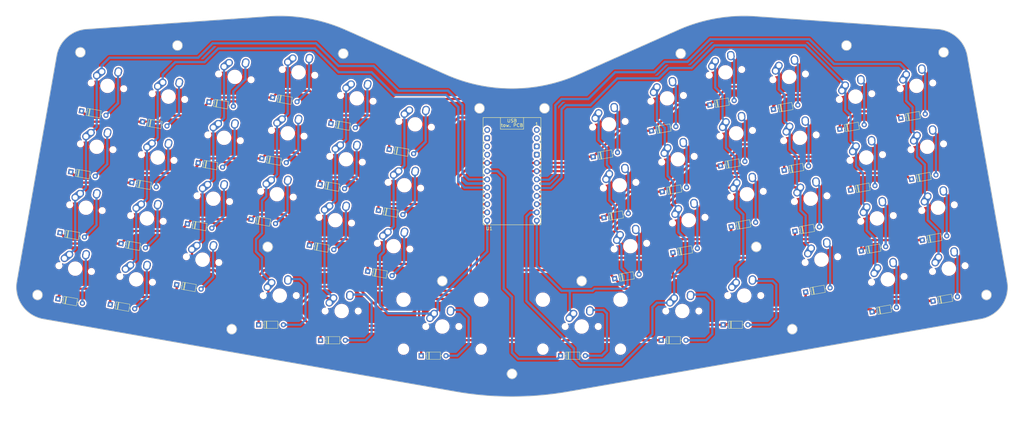
<source format=kicad_pcb>
(kicad_pcb (version 20221018) (generator pcbnew)
  (layers (0 "F.Cu" signal) (31 "B.Cu" signal) (34 "B.Paste" user) (35 "F.Paste" user) (36 "B.SilkS" user "B.Silkscreen") (37 "F.SilkS" user "F.Silkscreen") (38 "B.Mask" user) (39 "F.Mask" user) (44 "Edge.Cuts" user))
  (net 0 "")
  (net 1 "ROW0")
  (net 2 "Net-(D1-A)")
  (net 3 "Net-(D2-A)")
  (net 4 "Net-(D3-A)")
  (net 5 "Net-(D4-A)")
  (net 6 "Net-(D5-A)")
  (net 7 "Net-(D6-A)")
  (net 8 "Net-(D7-A)")
  (net 9 "Net-(D8-A)")
  (net 10 "Net-(D9-A)")
  (net 11 "Net-(D10-A)")
  (net 12 "Net-(D11-A)")
  (net 13 "Net-(D12-A)")
  (net 14 "ROW1")
  (net 15 "Net-(D13-A)")
  (net 16 "Net-(D14-A)")
  (net 17 "Net-(D15-A)")
  (net 18 "Net-(D16-A)")
  (net 19 "Net-(D17-A)")
  (net 20 "Net-(D18-A)")
  (net 21 "Net-(D19-A)")
  (net 22 "Net-(D20-A)")
  (net 23 "Net-(D21-A)")
  (net 24 "Net-(D22-A)")
  (net 25 "Net-(D23-A)")
  (net 26 "Net-(D24-A)")
  (net 27 "ROW2")
  (net 28 "Net-(D25-A)")
  (net 29 "Net-(D26-A)")
  (net 30 "Net-(D27-A)")
  (net 31 "Net-(D28-A)")
  (net 32 "Net-(D29-A)")
  (net 33 "Net-(D30-A)")
  (net 34 "Net-(D31-A)")
  (net 35 "Net-(D32-A)")
  (net 36 "Net-(D33-A)")
  (net 37 "Net-(D34-A)")
  (net 38 "Net-(D35-A)")
  (net 39 "Net-(D36-A)")
  (net 40 "ROW3")
  (net 41 "Net-(D37-A)")
  (net 42 "Net-(D38-A)")
  (net 43 "Net-(D39-A)")
  (net 44 "Net-(D40-A)")
  (net 45 "Net-(D41-A)")
  (net 46 "Net-(D42-A)")
  (net 47 "Net-(D43-A)")
  (net 48 "Net-(D44-A)")
  (net 49 "Net-(D45-A)")
  (net 50 "Net-(D46-A)")
  (net 51 "Net-(D47-A)")
  (net 52 "Net-(D48-A)")
  (net 53 "COL0")
  (net 54 "COL1")
  (net 55 "COL2")
  (net 56 "COL3")
  (net 57 "COL4")
  (net 58 "COL5")
  (net 59 "COL6")
  (net 60 "COL7")
  (net 61 "COL8")
  (net 62 "COL9")
  (net 63 "COL10")
  (net 64 "COL11")
  (footprint "Diode_THT:D_DO-35_SOD27_P7.62mm_Horizontal" (layer "F.Cu") (at 172.293038 125.738442 -10)
    (fp_text reference "D18" hide)
    (fp_text value "1N4148" hide)
  )
  (footprint "mx:MX-Alps-Hybrid-1U" (layer "F.Cu") (at 337.784819 87.393456 10)
    (fp_text reference "MX12" hide)
    (fp_text value "MX" hide)
  )
  (footprint "mx:MX-Alps-Hybrid-1U" (layer "F.Cu") (at 322.332229 109.462041 10)
    (fp_text reference "MX23" hide)
    (fp_text value "MX" hide)
  )
  (footprint "mx:MX-Alps-Hybrid-1U" (layer "F.Cu") (at 298.609645 84.629157 10)
    (fp_text reference "MX10" hide)
    (fp_text value "MX" hide)
  )
  (footprint "Diode_THT:D_DO-35_SOD27_P7.62mm_Horizontal" (layer "F.Cu") (at 280.799636 130.760166 10)
    (fp_text reference "D33" hide)
    (fp_text value "1N4148" hide)
  )
  (footprint "Diode_THT:D_DO-35_SOD27_P7.62mm_Horizontal" (layer "F.Cu") (at 259.55805 119.997723 10)
    (fp_text reference "D20" hide)
    (fp_text value "1N4148" hide)
  )
  (footprint "Diode_THT:D_DO-35_SOD27_P7.62mm_Horizontal" (layer "F.Cu") (at 168.98504 144.499029 -10)
    (fp_text reference "D30" hide)
    (fp_text value "1N4148" hide)
  )
  (footprint "Diode_THT:D_DO-35_SOD27_P7.62mm_Horizontal" (layer "F.Cu") (at 244.932459 146.756456 10)
    (fp_text reference "D31" hide)
    (fp_text value "1N4148" hide)
  )
  (footprint "mx:MX-Alps-Hybrid-1U" (layer "F.Cu") (at 176.949124 136.764473 -10)
    (fp_text reference "MX30" hide)
    (fp_text value "MX" hide)
  )
  (footprint "mx:MX-Alps-Hybrid-1U" (layer "F.Cu") (at 85.627184 106.154044 -10)
    (fp_text reference "MX13" hide)
    (fp_text value "MX" hide)
  )
  (footprint "Diode_THT:D_DO-35_SOD27_P7.62mm_Horizontal" (layer "F.Cu") (at 278.2975 160.975)
    (fp_text reference "D45" hide)
    (fp_text value "1N4148" hide)
  )
  (footprint "mx:MX-Alps-Hybrid-1U" (layer "F.Cu") (at 344.400814 124.914631 10)
    (fp_text reference "MX36" hide)
    (fp_text value "MX" hide)
  )
  (footprint "mx:MX-Alps-Hybrid-1U" (layer "F.Cu") (at 160.9725 156.7375)
    (fp_text reference "MX41" hide)
    (fp_text value "MX" hide)
  )
  (footprint "Diode_THT:D_DO-35_SOD27_P7.62mm_Horizontal" (layer "F.Cu") (at 80.971098 95.128012 -10)
    (fp_text reference "D1" hide)
    (fp_text value "1N4148" hide)
  )
  (footprint "Diode_THT:D_DO-35_SOD27_P7.62mm_Horizontal" (layer "F.Cu") (at 154.4725 165.7375)
    (fp_text reference "D41" hide)
    (fp_text value "1N4148" hide)
  )
  (footprint "Diode_THT:D_DO-35_SOD27_P7.62mm_Horizontal" (layer "F.Cu") (at 241.624461 127.995868 10)
    (fp_text reference "D19" hide)
    (fp_text value "1N4148" hide)
  )
  (footprint "Diode_THT:D_DO-35_SOD27_P7.62mm_Horizontal" (layer "F.Cu") (at 110.222279 148.645477 -10)
    (fp_text reference "D39" hide)
    (fp_text value "1N4148" hide)
  )
  (footprint "mx:MX-Alps-Hybrid-2.25U-ReversedStabilizers" (layer "F.Cu") (at 234.79125 161.5)
    (fp_text reference "MX43" hide)
    (fp_text value "MX" hide)
  )
  (footprint "mx:MX-Alps-Hybrid-1U" (layer "F.Cu") (at 243.154881 99.243298 10)
    (fp_text reference "MX7" hide)
    (fp_text value "MX" hide)
  )
  (footprint "mx:MX-Alps-Hybrid-1U" (layer "F.Cu") (at 159.015536 128.766329 -10)
    (fp_text reference "MX29" hide)
    (fp_text value "MX" hide)
  )
  (footprint "Diode_THT:D_DO-35_SOD27_P7.62mm_Horizontal" (layer "F.Cu") (at 332.946402 97.385438 10)
    (fp_text reference "D12" hide)
    (fp_text value "1N4148" hide)
  )
  (footprint "Diode_THT:D_DO-35_SOD27_P7.62mm_Horizontal" (layer "F.Cu") (at 262.866047 138.758311 10)
    (fp_text reference "D32" hide)
    (fp_text value "1N4148" hide)
  )
  (footprint "mx:MX-Alps-Hybrid-1U" (layer "F.Cu") (at 141.081948 120.768184 -10)
    (fp_text reference "MX28" hide)
    (fp_text value "MX" hide)
  )
  (footprint "mx:MX-Alps-Hybrid-1U" (layer "F.Cu") (at 282.330055 102.007596 10)
    (fp_text reference "MX21" hide)
    (fp_text value "MX" hide)
  )
  (footprint "Diode_THT:D_DO-35_SOD27_P7.62mm_Horizontal" (layer "F.Cu") (at 342.870395 153.667201 10)
    (fp_text reference "D48" hide)
    (fp_text value "1N4148" hide)
  )
  (footprint "mx:MX-Alps-Hybrid-1U" (layer "F.Cu") (at 325.640227 128.222629 10)
    (fp_text reference "MX35" hide)
    (fp_text value "MX" hide)
  )
  (footprint "mx:MX-Alps-Hybrid-1U" (layer "F.Cu") (at 183.56512 99.243298 -10)
    (fp_text reference "MX6" hide)
    (fp_text value "MX" hide)
  )
  (footprint "mx:MX-Alps-Hybrid-1U" (layer "F.Cu") (at 101.079774 128.222629 -10)
    (fp_text reference "MX26" hide)
    (fp_text value "MX" hide)
  )
  (footprint "Diode_THT:D_DO-35_SOD27_P7.62mm_Horizontal" (layer "F.Cu") (at 135.4225 160.975)
    (fp_text reference "D40" hide)
    (fp_text value "1N4148" hide)
  )
  (footprint "mx:MX-Alps-Hybrid-1U" (layer "F.Cu") (at 88.935182 87.393456 -10)
    (fp_text reference "MX1" hide)
    (fp_text value "MX" hide)
  )
  (footprint "Diode_THT:D_DO-35_SOD27_P7.62mm_Horizontal" (layer "F.Cu") (at 157.667447 98.979709 -10)
    (fp_text reference "D5" hide)
    (fp_text value "1N4148" hide)
  )
  (footprint "mx:MX-Alps-Hybrid-1U" (layer "F.Cu") (at 162.323534 110.005741 -10)
    (fp_text reference "MX17" hide)
    (fp_text value "MX" hide)
  )
  (footprint "mx:MX-Alps-Hybrid-1U" (layer "F.Cu") (at 118.186363 140.910921 -10)
    (fp_text reference "MX39" hide)
    (fp_text value "MX" hide)
  )
  (footprint "Diode_THT:D_DO-35_SOD27_P7.62mm_Horizontal" (layer "F.Cu") (at 293.771227 94.62114 10)
    (fp_text reference "D10" hide)
    (fp_text value "1N4148" hide)
  )
  (footprint "Diode_THT:D_DO-35_SOD27_P7.62mm_Horizontal" (layer "F.Cu") (at 277.491638 111.999579 10)
    (fp_text reference "D21" hide)
    (fp_text value "1N4148" hide)
  )
  (footprint "mx:MX-Alps-Hybrid-1U" (layer "F.Cu") (at 341.092817 106.154043 10)
    (fp_text reference "MX24" hide)
    (fp_text value "MX" hide)
  )
  (footprint "mx:MX-Alps-Hybrid-1U" (layer "F.Cu") (at 141.9225 151.975)
    (fp_text reference "MX40" hide)
    (fp_text value "MX" hide)
  )
  (footprint "mx:MX-Alps-Hybrid-1U" (layer "F.Cu") (at 249.770876 136.764473 10)
    (fp_text reference "MX31" hide)
    (fp_text value "MX" hide)
  )
  (footprint "Diode_THT:D_DO-35_SOD27_P7.62mm_Horizontal" (layer "F.Cu") (at 136.425861 109.742152 -10)
    (fp_text reference "D16" hide)
    (fp_text value "1N4148" hide)
  )
  (footprint "mx:MX-Alps-Hybrid-1U" (layer "F.Cu") (at 128.110356 84.629158 -10)
    (fp_text reference "MX3" hide)
    (fp_text value "MX" hide)
  )
  (footprint "mx:MX-Alps-Hybrid-1U" (layer "F.Cu") (at 264.396467 110.005741 10)
    (fp_text reference "MX20" hide)
    (fp_text value "MX" hide)
  )
  (footprint "Diode_THT:D_DO-35_SOD27_P7.62mm_Horizontal" (layer "F.Cu") (at 259.2475 165.7375)
    (fp_text reference "D44" hide)
    (fp_text value "1N4148" hide)
  )
  (footprint "Diode_THT:D_DO-35_SOD27_P7.62mm_Horizontal" (layer "F.Cu") (at 113.530276 129.884889 -10)
    (fp_text reference "D27" hide)
    (fp_text value "1N4148" hide)
  )
  (footprint "Diode_THT:D_DO-35_SOD27_P7.62mm_Horizontal" (layer "F.Cu") (at 274.18364 93.238991 10)
    (fp_text reference "D9" hide)
    (fp_text value "1N4148" hide)
  )
  (footprint "mx:MX-Alps-Hybrid-1U" (layer "F.Cu") (at 319.024231 90.701453 10)
    (fp_text reference "MX11" hide)
    (fp_text value "MX" hide)
  )
  (footprint "PCM_marbastlib-xp-promicroish:ProMicro_USBdn" (layer "F.Cu") (at 213.36 114.935)
    (fp_text reference "U1")
    (fp_text value "ProMicro")
  )
  (footprint "Diode_THT:D_DO-35_SOD27_P7.62mm_Horizontal" (layer "F.Cu") (at 303.695221 150.902903 10)
    (fp_text reference "D46" hide)
    (fp_text value "1N4148" hide)
  )
  (footprint "Diode_THT:D_DO-35_SOD27_P7.62mm_Horizontal" (layer "F.Cu") (at 320.801809 138.214611 10)
    (fp_text reference "D35" hide)
    (fp_text value "1N4148" hide)
  )
  (footprint "Diode_THT:D_DO-35_SOD27_P7.62mm_Horizontal" (layer "F.Cu") (at 151.051452 136.500885 -10)
    (fp_text reference "D29" hide)
    (fp_text value "1N4148" hide)
  )
  (footprint "mx:MX-Alps-Hybrid-1U" (layer "F.Cu") (at 124.802358 103.389745 -10)
    (fp_text reference "MX15" hide)
    (fp_text value "MX" hide)
  )
  (footprint "Diode_THT:D_DO-35_SOD27_P7.62mm_Horizontal" (layer "F.Cu") (at 256.250052 101.237136 10)
    (fp_text reference "D8" hide)
    (fp_text value "1N4148" hide)
  )
  (footprint "Diode_THT:D_DO-35_SOD27_P7.62mm_Horizontal" (layer "F.Cu") (at 317.493812 119.454024 10)
    (fp_text reference "D23" hide)
    (fp_text value "1N4148" hide)
  )
  (footprint "Diode_THT:D_DO-35_SOD27_P7.62mm_Horizontal" (layer "F.Cu") (at 238.316464 109.23528 10)
    (fp_text reference "D7" hide)
    (fp_text value "1N4148" hide)
  )
  (footprint "Diode_THT:D_DO-35_SOD27_P7.62mm_Horizontal" (layer "F.Cu") (at 324.109807 156.975199 10)
    (fp_text reference "D47" hide)
    (fp_text value "1N4148" hide)
  )
  (footprint "Diode_THT:D_DO-35_SOD27_P7.62mm_Horizontal" (layer "F.Cu") (at 139.733859 90.981565 -10)
    (fp_text reference "D4" hide)
    (fp_text value "1N4148" hide)
  )
  (footprint "mx:MX-Alps-Hybrid-1U" (layer "F.Cu") (at 328.948225 146.983216 10)
    (fp_text reference "MX47" hide)
    (fp_text value "MX" hide)
  )
  (footprint "mx:MX-Alps-Hybrid-2.25U-ReversedStabilizers" (layer "F.Cu") (at 191.92875 161.5)
    (fp_text reference "MX42" hide)
    (fp_text value "MX" hide)
  )
  (footprint "mx:MX-Alps-Hybrid-1U" (layer "F.Cu") (at 180.257122 118.003886 -10)
    (fp_text reference "MX18" hide)
    (fp_text value "MX" hide)
  )
  (footprint "mx:MX-Alps-Hybrid-1U" (layer "F.Cu") (at 267.704465 128.766328 10)
    (fp_text reference "MX32" hide)
    (fp_text value "MX" hide)
  )
  (footprint "mx:MX-Alps-Hybrid-1U" (layer "F.Cu") (at 82.319186 124.914631 -10)
    (fp_text reference "MX25" hide)
    (fp_text value "MX" hide)
  )
  (footprint "mx:MX-Alps-Hybrid-1U" (layer "F.Cu") (at 97.771776 146.983217 -10)
    (fp_text reference "MX38" hide)
    (fp_text value "MX" hide)
  )
  (footprint "mx:MX-Alps-Hybrid-1U" (layer "F.Cu") (at 261.088469 91.245153 10)
    (fp_text reference "MX8" hide)
    (fp_text value "MX" hide)
  )
  (footprint "mx:MX-Alps-Hybrid-1U" (layer "F.Cu") (at 347.708812 143.675219 10)
    (fp_text reference "MX48" hide)
    (fp_text value "MX" hide)
  )
  (footprint "Diode_THT:D_DO-35_SOD27_P7.62mm_Horizontal" (layer "F.Cu") (at 339.562397 134.906614 10)
    (fp_text reference "D36" hide)
    (fp_text value "1N4148" hide)
  )
  (footprint "Diode_THT:D_DO-35_SOD27_P7.62mm_Horizontal" (layer "F.Cu") (at 93.11569 135.957185 -10)
    (fp_text reference "D26" hide)
    (fp_text value "1N4148" hide)
  )
  (footprint "Diode_THT:D_DO-35_SOD27_P7.62mm_Horizontal" (layer "F.Cu") (at 116.838274 111.124301 -10)
    (fp_text reference "D15" hide)
    (fp_text value "1N4148" hide)
  )
  (footprint "Diode_THT:D_DO-35_SOD27_P7.62mm_Horizontal" (layer "F.Cu") (at 175.601036 106.977854 -10)
    (fp_text reference "D6" hide)
    (fp_text value "1N4148" hide)
  )
  (footprint "mx:MX-Alps-Hybrid-1U" (layer "F.Cu") (at 144.389945 102.007596 -10)
    (fp_text reference "MX16" hide)
    (fp_text value "MX" hide)
  )
  (footprint "mx:MX-Alps-Hybrid-1U" (layer "F.Cu") (at 147.697943 83.247009 -10)
    (fp_text reference "MX4" hide)
    (fp_text value "MX" hide)
  )
  (footprint "Diode_THT:D_DO-35_SOD27_P7.62mm_Horizontal" (layer "F.Cu") (at 99.731685 98.43601 -10)
    (fp_text reference "D2" hide)
    (fp_text value "1N4148" hide)
  )
  (footprint "mx:MX-Alps-Hybrid-1U" (layer "F.Cu") (at 104.387772 109.462041 -10)
    (fp_text reference "MX14" hide)
    (fp_text value "MX" hide)
  )
  (footprint "mx:MX-Alps-Hybrid-1U" (layer "F.Cu") (at 305.22564 122.150333 10)
    (fp_text reference "MX34" hide)
    (fp_text value "MX" hide)
  )
  (footprint "mx:MX-Alps-Hybrid-1U" (layer "F.Cu") (at 265.7475 156.7375)
    (fp_text reference "MX44" hide)
    (fp_text value "MX" hide)
  )
  (footprint "Diode_THT:D_DO-35_SOD27_P7.62mm_Horizontal" (layer "F.Cu") (at 77.6631 113.8886 -10)
    (fp_text reference "D13" hide)
    (fp_text value "1N4148" hide)
  )
  (footprint "mx:MX-Alps-Hybrid-1U" (layer "F.Cu") (at 301.917642 103.389745 10)
    (fp_text reference "MX22" hide)
    (fp_text value "MX" hide)
  )
  (footprint "Diode_THT:D_DO-35_SOD27_P7.62mm_Horizontal" (layer "F.Cu") (at 96.423688 117.196598 -10)
    (fp_text reference "D14" hide)
    (fp_text value "1N4148" hide)
  )
  (footprint "Diode_THT:D_DO-35_SOD27_P7.62mm_Horizontal" (layer "F.Cu") (at 314.185814 100.693436 10)
    (fp_text reference "D11" hide)
    (fp_text value "1N4148" hide)
  )
  (footprint "Diode_THT:D_DO-35_SOD27_P7.62mm_Horizontal" (layer "F.Cu") (at 73.717883 153.008401 -10)
    (fp_text reference "D37" hide)
    (fp_text value "1N4148" hide)
  )
  (footprint "Diode_THT:D_DO-35_SOD27_P7.62mm_Horizontal" (layer "F.Cu") (at 185.42875 170.5)
    (fp_text reference "D42" hide)
    (fp_text value "1N4148" hide)
  )
  (footprint "Diode_THT:D_DO-35_SOD27_P7.62mm_Horizontal" (layer "F.Cu") (at 120.146272 92.363714 -10)
    (fp_text reference "D3" hide)
    (fp_text value "1N4148" hide)
  )
  (footprint "Diode_THT:D_DO-35_SOD27_P7.62mm_Horizontal" (layer "F.Cu") (at 300.387223 132.142315 10)
    (fp_text reference "D34" hide)
    (fp_text value "1N4148" hide)
  )
  (footprint "mx:MX-Alps-Hybrid-1U" (layer "F.Cu") (at 165.631531 91.245153 -10)
    (fp_text reference "MX5" hide)
    (fp_text value "MX" hide)
  )
  (footprint "Diode_THT:D_DO-35_SOD27_P7.62mm_Horizontal" (layer "F.Cu") (at 154.35945 117.740297 -10)
    (fp_text reference "D17" hide)
    (fp_text value "1N4148" hide)
  )
  (footprint "mx:MX-Alps-Hybrid-1U" (layer "F.Cu") (at 107.695769 90.701454 -10)
    (fp_text reference "MX2" hide)
    (fp_text value "MX" hide)
  )
  (footprint "mx:MX-Alps-Hybrid-1U" (layer "F.Cu") (at 79.011188 143.675219 -10)
    (fp_text reference "MX37" hide)
    (fp_text value "MX" hide)
  )
  (footprint "mx:MX-Alps-Hybrid-1U" (layer "F.Cu") (at 308.533638 140.91092 10)
    (fp_text reference "MX46" hide)
    (fp_text value "MX" hide)
  )
  (footprint "Diode_THT:D_DO-35_SOD27_P7.62mm_Horizontal" (layer "F.Cu") (at 89.807692 154.717773 -10)
    (fp_text reference "D38" hide)
    (fp_text value "1N4148" hide)
  )
  (footprint "mx:MX-Alps-Hybrid-1U" (layer "F.Cu") (at 121.494361 122.150333 -10)
    (fp_text reference "MX27" hide)
    (fp_text value "MX" hide)
  )
  (footprint "mx:MX-Alps-Hybrid-1U" (layer "F.Cu") (at 246.462879 118.003885 10)
    (fp_text reference "MX19" hide)
    (fp_text value "MX" hide)
  )
  (footprint "Diode_THT:D_DO-35_SOD27_P7.62mm_Horizontal" (layer "F.Cu") (at 336.254399 116.146026 10)
    (fp_text reference "D24" hide)
    (fp_text value "1N4148" hide)
  )
  (footprint "mx:MX-Alps-Hybrid-1U" (layer "F.Cu") (at 284.7975 151.975)
    (fp_text reference "MX45" hide)
    (fp_text value "MX" hide)
  )
  (footprint "Diode_THT:D_DO-35_SOD27_P7.62mm_Horizontal" (layer "F.Cu") (at 74.355102 132.649187 -10)
    (fp_text reference "D25" hide)
    (fp_text value "1N4148" hide)
  )
  (footprint "Diode_THT:D_DO-35_SOD27_P7.62mm_Horizontal" (layer "F.Cu") (at 228.29125 170.5)
    (fp_text reference "D43" hide)
    (fp_text value "1N4148" hide)
  )
  (footprint "Diode_THT:D_DO-35_SOD27_P7.62mm_Horizontal" (layer "F.Cu") (at 297.079225 113.381728 10)
    (fp_text reference "D22" hide)
    (fp_text value "1N4148" hide)
  )
  (footprint "Diode_THT:D_DO-35_SOD27_P7.62mm_Horizontal" (layer "F.Cu") (at 133.117864 128.50274 -10)
    (fp_text reference "D28" hide)
    (fp_text value "1N4148" hide)
  )
  (footprint "mx:MX-Alps-Hybrid-1U" (layer "F.Cu") (at 285.638053 120.768184 10)
    (fp_text reference "MX33" hide)
    (fp_text value "MX" hide)
  )
  (footprint "mx:MX-Alps-Hybrid-1U" (layer "F.Cu") (at 279.022057 83.247008 10)
    (fp_text reference "MX9" hide)
    (fp_text value "MX" hide)
  )
  (gr_arc (start 73.300457 78.163287) (mid 76.454878 72.470437) (end 82.44466 69.924571) (stroke (width 0.2)) (layer "Edge.Cuts"))
  (gr_circle (center 138.223863 136.977184) (end 139.723863 136.977184) (stroke (width 0.2)) (fill none) (layer "Edge.Cuts"))
  (gr_arc (start 69.165515 159.201413) (mid 62.710476 155.0891) (end 61.053919 147.616854) (stroke (width 0.2)) (layer "Edge.Cuts"))
  (gr_circle (center 234.79125 147.5) (end 236.29125 147.5) (stroke (width 0.2)) (fill none) (layer "Edge.Cuts"))
  (gr_arc (start 365.666081 147.616854) (mid 364.009525 155.089102) (end 357.554485 159.201413) (stroke (width 0.2)) (layer "Edge.Cuts"))
  (gr_arc (start 230.724818 181.564905) (mid 213.36 183.08413) (end 195.995182 181.564905) (stroke (width 0.2)) (layer "Edge.Cuts"))
  (gr_circle (center 359.293371 151.786814) (end 360.793371 151.786814) (stroke (width 0.2)) (fill none) (layer "Edge.Cuts"))
  (gr_line (start 73.300457 78.163287) (end 61.053919 147.616854) (stroke (width 0.2)) (layer "Edge.Cuts"))
  (gr_line (start 230.724818 181.564905) (end 357.554485 159.201413) (stroke (width 0.2)) (layer "Edge.Cuts"))
  (gr_circle (center 346.119148 77.07208) (end 347.619148 77.07208) (stroke (width 0.2)) (fill none) (layer "Edge.Cuts"))
  (gr_circle (center 299.564781 162.318576) (end 301.064781 162.318576) (stroke (width 0.2)) (fill none) (layer "Edge.Cuts"))
  (gr_circle (center 110.470638 74.964394) (end 111.970638 74.964394) (stroke (width 0.2)) (fill none) (layer "Edge.Cuts"))
  (gr_circle (center 191.92875 147.5) (end 193.42875 147.5) (stroke (width 0.2)) (fill none) (layer "Edge.Cuts"))
  (gr_circle (center 80.600852 77.07208) (end 82.100852 77.07208) (stroke (width 0.2)) (fill none) (layer "Edge.Cuts"))
  (gr_circle (center 67.426629 151.786814) (end 68.926629 151.786814) (stroke (width 0.2)) (fill none) (layer "Edge.Cuts"))
  (gr_arc (start 233.725722 83.868327) (mid 213.36 88.203928) (end 192.994278 83.868327) (stroke (width 0.2)) (layer "Edge.Cuts"))
  (gr_circle (center 288.496137 136.977184) (end 289.996137 136.977184) (stroke (width 0.2)) (fill none) (layer "Edge.Cuts"))
  (gr_circle (center 316.249362 74.964394) (end 317.749362 74.964394) (stroke (width 0.2)) (fill none) (layer "Edge.Cuts"))
  (gr_circle (center 223.36 94.31988) (end 224.86 94.31988) (stroke (width 0.2)) (fill none) (layer "Edge.Cuts"))
  (gr_line (start 192.994278 83.868327) (end 162.314859 70.18571) (stroke (width 0.2)) (layer "Edge.Cuts"))
  (gr_circle (center 265.259672 77.469214) (end 266.759672 77.469214) (stroke (width 0.2)) (fill none) (layer "Edge.Cuts"))
  (gr_arc (start 344.27534 69.924571) (mid 350.265124 72.470435) (end 353.419543 78.163287) (stroke (width 0.2)) (layer "Edge.Cuts"))
  (gr_line (start 138.429763 65.974123) (end 82.44466 69.924571) (stroke (width 0.2)) (layer "Edge.Cuts"))
  (gr_arc (start 138.429763 65.974123) (mid 150.631546 66.609721) (end 162.314859 70.18571) (stroke (width 0.2)) (layer "Edge.Cuts"))
  (gr_arc (start 264.405141 70.18571) (mid 276.088454 66.609721) (end 288.290237 65.974123) (stroke (width 0.2)) (layer "Edge.Cuts"))
  (gr_circle (center 203.36 94.31988) (end 204.86 94.31988) (stroke (width 0.2)) (fill none) (layer "Edge.Cuts"))
  (gr_circle (center 161.460328 77.469214) (end 162.960328 77.469214) (stroke (width 0.2)) (fill none) (layer "Edge.Cuts"))
  (gr_circle (center 127.155219 162.318576) (end 128.655219 162.318576) (stroke (width 0.2)) (fill none) (layer "Edge.Cuts"))
  (gr_line (start 233.725722 83.868327) (end 264.405141 70.18571) (stroke (width 0.2)) (layer "Edge.Cuts"))
  (gr_circle (center 213.36 176.08413) (end 214.86 176.08413) (stroke (width 0.2)) (fill none) (layer "Edge.Cuts"))
  (gr_line (start 353.419543 78.163287) (end 365.666081 147.616854) (stroke (width 0.2)) (layer "Edge.Cuts"))
  (gr_line (start 288.290237 65.974123) (end 344.27534 69.924571) (stroke (width 0.2)) (layer "Edge.Cuts"))
  (gr_line (start 195.995182 181.564905) (end 69.165515 159.201413) (stroke (width 0.2)) (layer "Edge.Cuts"))
  (segment (start 220.98 111.125) (end 217.805 111.125) (width 0.7) (layer "F.Cu") (net 1))
  (segment (start 157.667447 96.52) (end 157.667447 95.437447) (width 0.7) (layer "F.Cu") (net 1))
  (segment (start 151.13 88.9) (end 141.815424 88.9) (width 0.7) (layer "F.Cu") (net 1))
  (segment (start 307.34 90.17) (end 297.18 90.17) (width 0.7) (layer "F.Cu") (net 1))
  (segment (start 332.946402 97.385438) (end 330.810964 95.25) (width 0.7) (layer "F.Cu") (net 1))
  (segment (start 330.810964 95.25) (end 319.62925 95.25) (width 0.7) (layer "F.Cu") (net 1))
  (segment (start 274.18364 93.238991) (end 264.248197 93.238991) (width 0.7) (layer "F.Cu") (net 1))
  (segment (start 141.815424 88.9) (end 139.733859 90.981565) (width 0.7) (layer "F.Cu") (net 1))
  (segment (start 293.771227 94.62114) (end 293.771227 91.841227) (width 0.7) (layer "F.Cu") (net 1))
  (segment (start 120.146272 92.363714) (end 115.942291 96.567695) (width 0.7) (layer "F.Cu") (net 1))
  (segment (start 293.771227 93.578773) (end 293.771227 94.62114) (width 0.7) (layer "F.Cu") (net 1))
  (segment (start 215.9 109.22) (end 215.9 93.98) (width 0.7) (layer "F.Cu") (net 1))
  (segment (start 106.632305 96.567695) (end 104.76399 98.43601) (width 0.7) (layer "F.Cu") (net 1))
  (segment (start 232.41 109.22) (end 232.42528 109.23528) (width 0.7) (layer "F.Cu") (net 1))
  (segment (start 175.601036 93.638964) (end 177.8 91.44) (width 0.7) (layer "F.Cu") (net 1))
  (segment (start 115.942291 96.567695) (end 106.632305 96.567695) (width 0.7) (layer "F.Cu") (net 1))
  (segment (start 220.98 111.125) (end 230.505 111.125) (width 0.7) (layer "F.Cu") (net 1))
  (segment (start 177.8 91.44) (end 213.36 91.44) (width 0.7) (layer "F.Cu") (net 1))
  (segment (start 289.56 87.63) (end 279.792631 87.63) (width 0.7) (layer "F.Cu") (net 1))
  (segment (start 293.771227 91.841227) (end 289.56 87.63) (width 0.7) (layer "F.Cu") (net 1))
  (segment (start 104.76399 98.43601) (end 99.731685 98.43601) (width 0.7) (layer "F.Cu") (net 1))
  (segment (start 230.505 111.125) (end 232.41 109.22) (width 0.7) (layer "F.Cu") (net 1))
  (segment (start 297.18 90.17) (end 293.771227 93.578773) (width 0.7) (layer "F.Cu") (net 1))
  (segment (start 314.185814 97.015814) (end 307.34 90.17) (width 0.7) (layer "F.Cu") (net 1))
  (segment (start 80.971098 95.128012) (end 84.279096 98.43601) (width 0.7) (layer "F.Cu") (net 1))
  (segment (start 175.601036 96.52) (end 175.601036 93.638964) (width 0.7) (layer "F.Cu") (net 1))
  (segment (start 157.667447 95.437447) (end 151.13 88.9) (width 0.7) (layer "F.Cu") (net 1))
  (segment (start 279.792631 87.63) (end 274.18364 93.238991) (width 0.7) (layer "F.Cu") (net 1))
  (segment (start 121.528421 90.981565) (end 120.146272 92.363714) (width 0.7) (layer "F.Cu") (net 1))
  (segment (start 319.62925 95.25) (end 314.185814 100.693436) (width 0.7) (layer "F.Cu") (net 1))
  (segment (start 139.733859 90.981565) (end 121.528421 90.981565) (width 0.7) (layer "F.Cu") (net 1))
  (segment (start 157.667447 96.52) (end 175.601036 96.52) (width 0.7) (layer "F.Cu") (net 1))
  (segment (start 217.805 111.125) (end 215.9 109.22) (width 0.7) (layer "F.Cu") (net 1))
  (segment (start 256.250052 101.237136) (end 246.314608 101.237136) (width 0.7) (layer "F.Cu") (net 1))
  (segment (start 215.9 93.98) (end 213.36 91.44) (width 0.7) (layer "F.Cu") (net 1))
  (segment (start 314.185814 100.693436) (end 314.185814 97.015814) (width 0.7) (layer "F.Cu") (net 1))
  (segment (start 264.248197 93.238991) (end 256.250052 101.237136) (width 0.7) (layer "F.Cu") (net 1))
  (segment (start 84.279096 98.43601) (end 99.731685 98.43601) (width 0.7) (layer "F.Cu") (net 1))
  (segment (start 157.667447 98.979709) (end 157.667447 96.52) (width 0.7) (layer "F.Cu") (net 1))
  (segment (start 246.314608 101.237136) (end 238.316464 109.23528) (width 0.7) (layer "F.Cu") (net 1))
  (segment (start 175.601036 106.977854) (end 175.601036 96.52) (width 0.7) (layer "F.Cu") (net 1))
  (segment (start 232.42528 109.23528) (end 238.316464 109.23528) (width 0.7) (layer "F.Cu") (net 1))
  (segment (start 88.475333 96.451211) (end 92.178618 92.747926) (width 0.7) (layer "B.Cu") (net 2))
  (segment (start 92.178618 92.747926) (end 92.178618 83.395942) (width 0.7) (layer "B.Cu") (net 2))
  (segment (start 110.939205 96.055924) (end 110.939205 86.70394) (width 0.7) (layer "B.Cu") (net 3))
  (segment (start 107.23592 99.759209) (end 110.939205 96.055924) (width 0.7) (layer "B.Cu") (net 3))
  (segment (start 127.650507 93.686913) (end 127.650507 89.063502) (width 0.7) (layer "B.Cu") (net 4))
  (segment (start 131.353792 85.360217) (end 131.353792 80.631644) (width 0.7) (layer "B.Cu") (net 4))
  (segment (start 127.650507 89.063502) (end 131.353792 85.360217) (width 0.7) (layer "B.Cu") (net 4))
  (segment (start 147.238094 92.304764) (end 150.941379 88.601479) (width 0.7) (layer "B.Cu") (net 5))
  (segment (start 150.941379 88.601479) (end 150.941379 79.249495) (width 0.7) (layer "B.Cu") (net 5))
  (segment (start 168.874967 96.599623) (end 168.874967 87.247639) (width 0.7) (layer "B.Cu") (net 6))
  (segment (start 165.171682 100.302908) (end 168.874967 96.599623) (width 0.7) (layer "B.Cu") (net 6))
  (segment (start 183.105271 108.301053) (end 186.808556 104.597768) (width 0.7) (layer "B.Cu") (net 7))
  (segment (start 186.808556 104.597768) (end 186.808556 95.245784) (width 0.7) (layer "B.Cu") (net 7))
  (segment (start 245.820699 95.362758) (end 244.835484 94.377543) (width 0.7) (layer "B.Cu") (net 8))
  (segment (start 245.820699 107.912081) (end 245.820699 95.362758) (width 0.7) (layer "B.Cu") (net 8))
  (segment (start 263.754287 87.364613) (end 262.769072 86.379398) (width 0.7) (layer "B.Cu") (net 9))
  (segment (start 263.754287 99.913937) (end 263.754287 87.364613) (width 0.7) (layer "B.Cu") (net 9))
  (segment (start 281.687875 79.366468) (end 280.70266 78.381253) (width 0.7) (layer "B.Cu") (net 10))
  (segment (start 281.687875 91.915792) (end 281.687875 79.366468) (width 0.7) (layer "B.Cu") (net 10))
  (segment (start 301.275462 80.748616) (end 300.290248 79.763402) (width 0.7) (layer "B.Cu") (net 11))
  (segment (start 301.275462 93.297941) (end 301.275462 80.748616) (width 0.7) (layer "B.Cu") (net 11))
  (segment (start 321.690049 99.370237) (end 321.690049 86.820913) (width 0.7) (layer "B.Cu") (net 12))
  (segment (start 321.690049 86.820913) (end 320.704834 85.835698) (width 0.7) (layer "B.Cu") (net 12))
  (segment (start 340.450637 96.062239) (end 340.450637 83.512916) (width 0.7) (layer "B.Cu") (net 13))
  (segment (start 340.450637 83.512916) (end 339.465422 82.527701) (width 0.7) (layer "B.Cu") (net 13))
  (segment (start 172.293038 123.825) (end 172.293038 122.763038) (width 0.7) (layer "F.Cu") (net 14))
  (segment (start 335.856026 116.146026) (end 334.01 114.3) (width 0.7) (layer "F.Cu") (net 14))
  (segment (start 233.68 125.73) (end 233.68 116.84) (width 0.7) (layer "F.Cu") (net 14))
  (segment (start 118.220423 109.742152) (end 116.838274 111.124301) (width 0.7) (layer "F.Cu") (net 14))
  (segment (start 297.079225 110.389225) (end 297.079225 113.381728) (width 0.7) (layer "F.Cu") (net 14))
  (segment (start 292.1 105.41) (end 297.079225 110.389225) (width 0.7) (layer "F.Cu") (net 14))
  (segment (start 154.35945 117.740297) (end 154.35945 115.57) (width 0.7) (layer "F.Cu") (net 14))
  (segment (start 317.493812 115.57) (end 317.493812 115.563812) (width 0.7) (layer "F.Cu") (net 14))
  (segment (start 193.04 123.825) (end 194.945 121.92) (width 0.7) (layer "F.Cu") (net 14))
  (segment (start 154.35945 114.98945) (end 147.32 107.95) (width 0.7) (layer "F.Cu") (net 14))
  (segment (start 277.491638 111.999579) (end 284.081217 105.41) (width 0.7) (layer "F.Cu") (net 14))
  (segment (start 99.320286 114.3) (end 96.423688 117.196598) (width 0.7) (layer "F.Cu") (net 14))
  (segment (start 298.24845 109.22) (end 297.079225 110.389225) (width 0.7) (layer "F.Cu") (net 14))
  (segment (start 259.55805 119.997723) (end 267.556194 111.999579) (width 0.7) (layer "F.Cu") (net 14))
  (segment (start 235.945868 127.995868) (end 233.68 125.73) (width 0.7) (layer "F.Cu") (net 14))
  (segment (start 230.505 113.665) (end 220.98 113.665) (width 0.7) (layer "F.Cu") (net 14))
  (segment (start 114.3 114.3) (end 99.320286 114.3) (width 0.7) (layer "F.Cu") (net 14))
  (segment (start 136.425861 109.742152) (end 118.220423 109.742152) (width 0.7) (layer "F.Cu") (net 14))
  (segment (start 318.763812 114.3) (end 317.493812 115.57) (width 0.7) (layer "F.Cu") (net 14))
  (segment (start 172.293038 123.825) (end 193.04 123.825) (width 0.7) (layer "F.Cu") (net 14))
  (segment (start 230.505 113.665) (end 233.68 116.84) (width 0.7) (layer "F.Cu") (net 14))
  (segment (start 116.838274 111.124301) (end 116.838274 111.761726) (width 0.7) (layer "F.Cu") (net 14))
  (segment (start 154.35945 115.57) (end 154.35945 114.98945) (width 0.7) (layer "F.Cu") (net 14))
  (segment (start 284.081217 105.41) (end 292.1 105.41) (width 0.7) (layer "F.Cu") (net 14))
  (segment (start 194.945 99.06) (end 196.85 97.155) (width 0.7) (layer "F.Cu") (net 14))
  (segment (start 194.945 121.92) (end 194.945 99.06) (width 0.7) (layer "F.Cu") (net 14))
  (segment (start 165.1 115.57) (end 154.35945 115.57) (width 0.7) (layer "F.Cu") (net 14))
  (segment (start 116.838274 111.761726) (end 114.3 114.3) (width 0.7) (layer "F.Cu") (net 14))
  (segment (start 267.556194 111.999579) (end 277.491638 111.999579) (width 0.7) (layer "F.Cu") (net 14))
  (segment (start 96.423688 117.196598) (end 80.971098 117.196598) (width 0.7) (layer "F.Cu") (net 14))
  (segment (start 249.622606 119.997723) (end 259.55805 119.997723) (width 0.7) (layer "F.Cu") (net 14))
  (segment (start 241.624461 127.995868) (end 235.945868 127.995868) (width 0.7) (layer "F.Cu") (net 14))
  (segment (start 317.493812 115.563812) (end 311.15 109.22) (width 0.7) (layer "F.Cu") (net 14))
  (segment (start 317.493812 119.454024) (end 317.493812 115.57) (width 0.7) (layer "F.Cu") (net 14))
  (segment (start 334.01 114.3) (end 318.763812 114.3) (width 0.7) (layer "F.Cu") (net 14))
  (segment (start 172.293038 125.738442) (end 172.293038 123.825) (width 0.7) (layer "F.Cu") (net 14))
  (segment (start 213.995 109.855) (end 217.805 113.665) (width 0.7) (layer "F.Cu") (net 14))
  (segment (start 138.218013 107.95) (end 136.425861 109.742152) (width 0.7) (layer "F.Cu") (net 14))
  (segment (start 213.995 99.06) (end 213.995 109.855) (width 0.7) (layer "F.Cu") (net 14))
  (segment (start 172.293038 122.763038) (end 165.1 115.57) (width 0.7) (layer "F.Cu") (net 14))
  (segment (start 212.09 97.155) (end 213.995 99.06) (width 0.7) (layer "F.Cu") (net 14))
  (segment (start 80.971098 117.196598) (end 77.6631 113.8886) (width 0.7) (layer "F.Cu") (net 14))
  (segment (start 196.85 97.155) (end 212.09 97.155) (width 0.7) (layer "F.Cu") (net 14))
  (segment (start 217.805 113.665) (end 220.98 113.665) (width 0.7) (layer "F.Cu") (net 14))
  (segment (start 241.624461 127.995868) (end 249.622606 119.997723) (width 0.7) (layer "F.Cu") (net 14))
  (segment (start 147.32 107.95) (end 138.218013 107.95) (width 0.7) (layer "F.Cu") (net 14))
  (segment (start 311.15 109.22) (end 298.24845 109.22) (width 0.7) (layer "F.Cu") (net 14))
  (segment (start 85.167335 115.211799) (end 88.87062 111.508514) (width 0.7) (layer "B.Cu") (net 15))
  (segment (start 88.87062 111.508514) (end 88.87062 102.15653) (width 0.7) (layer "B.Cu") (net 15))
  (segment (start 107.631208 113.348792) (end 107.631208 105.464527) (width 0.7) (layer "B.Cu") (net 16))
  (segment (start 103.927923 117.052077) (end 103.927923 118.519797) (width 0.7) (layer "B.Cu") (net 16))
  (segment (start 107.631208 113.348792) (end 103.927923 117.052077) (width 0.7) (layer "B.Cu") (net 16))
  (segment (start 124.342509 112.4475) (end 128.045794 108.744215) (width 0.7) (layer "B.Cu") (net 17))
  (segment (start 128.045794 108.744215) (end 128.045794 99.392231) (width 0.7) (layer "B.Cu") (net 17))
  (segment (start 147.633381 107.362066) (end 147.633381 98.010082) (width 0.7) (layer "B.Cu") (net 18))
  (segment (start 143.930096 111.065351) (end 147.633381 107.362066) (width 0.7) (layer "B.Cu") (net 18))
  (segment (start 161.863685 119.063496) (end 165.56697 115.360211) (width 0.7) (layer "B.Cu") (net 19))
  (segment (start 165.56697 115.360211) (end 165.56697 106.008227) (width 0.7) (layer "B.Cu") (net 19))
  (segment (start 183.500558 123.358356) (end 183.500558 114.006372) (width 0.7) (layer "B.Cu") (net 20))
  (segment (start 179.797273 127.061641) (end 183.500558 123.358356) (width 0.7) (layer "B.Cu") (net 20))
  (segment (start 249.128696 114.123344) (end 248.143482 113.13813) (width 0.7) (layer "B.Cu") (net 21))
  (segment (start 249.128696 126.672669) (end 249.128696 114.123344) (width 0.7) (layer "B.Cu") (net 21))
  (segment (start 267.062285 118.674524) (end 267.062285 106.125201) (width 0.7) (layer "B.Cu") (net 22))
  (segment (start 267.062285 106.125201) (end 266.07707 105.139986) (width 0.7) (layer "B.Cu") (net 22))
  (segment (start 284.995873 110.67638) (end 284.995873 98.127056) (width 0.7) (layer "B.Cu") (net 23))
  (segment (start 284.995873 98.127056) (end 284.010658 97.141841) (width 0.7) (layer "B.Cu") (net 23))
  (segment (start 304.58346 112.058529) (end 304.58346 99.509205) (width 0.7) (layer "B.Cu") (net 24))
  (segment (start 304.58346 99.509205) (end 303.598245 98.52399) (width 0.7) (layer "B.Cu") (net 24))
  (segment (start 324.998047 105.581501) (end 324.012832 104.596286) (width 0.7) (layer "B.Cu") (net 25))
  (segment (start 324.998047 118.130825) (end 324.998047 105.581501) (width 0.7) (layer "B.Cu") (net 25))
  (segment (start 343.758634 114.822827) (end 343.758634 102.273502) (width 0.7) (layer "B.Cu") (net 26))
  (segment (start 343.758634 102.273502) (end 342.77342 101.288288) (width 0.7) (layer "B.Cu") (net 26))
  (segment (start 162.56 134.62) (end 152.932337 134.62) (width 0.7) (layer "F.Cu") (net 27))
  (segment (start 280.67 140.335) (end 294.64 140.335) (width 0.7) (layer "F.Cu") (net 27))
  (segment (start 259.08 149.86) (end 262.89 146.05) (width 0.7) (layer "F.Cu") (net 27))
  (segment (start 262.866047 144.121047) (end 262.866047 138.758311) (width 0.7) (layer "F.Cu") (net 27))
  (segment (start 168.98504 142.24) (end 189.23 142.24) (width 0.7) (layer "F.Cu") (net 27))
  (segment (start 215.265 144.145) (end 242.321003 144.145) (width 0.7) (layer "F.Cu") (net 27))
  (segment (start 114.912425 128.50274) (end 113.530276 129.884889) (width 0.7) (layer "F.Cu") (net 27))
  (segment (start 168.98504 141.04504) (end 168.91 140.97) (width 0.7) (layer "F.Cu") (net 27))
  (segment (start 213.36 142.24) (end 215.265 144.145) (width 0.7) (layer "F.Cu") (net 27))
  (segment (start 280.67 132.08) (end 280.799636 131.950364) (width 0.7) (layer "F.Cu") (net 27))
  (segment (start 306.705 134.62) (end 308.61 132.715) (width 0.7) (layer "F.Cu") (net 27))
  (segment (start 196.85 134.62) (end 196.85 115.57) (width 0.7) (layer "F.Cu") (net 27))
  (segment (start 324.109806 134.906614) (end 320.801809 138.214611) (width 0.7) (layer "F.Cu") (net 27))
  (segment (start 280.67 140.335) (end 280.67 132.08) (width 0.7) (layer "F.Cu") (net 27))
  (segment (start 280.799636 131.950364) (end 280.799636 130.760166) (width 0.7) (layer "F.Cu") (net 27))
  (segment (start 244.932459 146.756456) (end 248.036003 149.86) (width 0.7) (layer "F.Cu") (net 27))
  (segment (start 111.335165 132.08) (end 96.992875 132.08) (width 0.7) (layer "F.Cu") (net 27))
  (segment (start 168.91 140.97) (end 162.56 134.62) (width 0.7) (layer "F.Cu") (net 27))
  (segment (start 262.89 144.145) (end 262.866047 144.121047) (width 0.7) (layer "F.Cu") (net 27))
  (segment (start 205.74 111.125) (end 210.185 111.125) (width 0.7) (layer "F.Cu") (net 27))
  (segment (start 93.11569 135.957185) (end 77.6631 135.957185) (width 0.7) (layer "F.Cu") (net 27))
  (segment (start 168.98504 142.24) (end 168.98504 141.04504) (width 0.7) (layer "F.Cu") (net 27))
  (segment (start 205.74 111.125) (end 201.295 111.125) (width 0.7) (layer "F.Cu") (net 27))
  (segment (start 210.185 111.125) (end 213.36 114.3) (width 0.7) (layer "F.Cu") (net 27))
  (segment (start 189.23 142.24) (end 196.85 134.62) (width 0.7) (layer "F.Cu") (net 27))
  (segment (start 308.61 132.715) (end 318.135 132.715) (width 0.7) (layer "F.Cu") (net 27))
  (segment (start 77.6631 135.957185) (end 74.355102 132.649187) (width 0.7) (layer "F.Cu") (net 27))
  (segment (start 168.98504 144.499029) (end 168.98504 142.24) (width 0.7) (layer "F.Cu") (net 27))
  (segment (start 113.530276 129.884889) (end 111.335165 132.08) (width 0.7) (layer "F.Cu") (net 27))
  (segment (start 143.51 127) (end 134.620604 127) (width 0.7) (layer "F.Cu") (net 27))
  (segment (start 151.051452 136.500885) (end 151.051452 134.541452) (width 0.7) (layer "F.Cu") (net 27))
  (segment (start 248.036003 149.86) (end 259.08 149.86) (width 0.7) (layer "F.Cu") (net 27))
  (segment (start 339.562397 134.906614) (end 324.109806 134.906614) (width 0.7) (layer "F.Cu") (net 27))
  (segment (start 274.955 146.05) (end 280.67 140.335) (width 0.7) (layer "F.Cu") (net 27))
  (segment (start 300.387223 134.587777) (end 300.419446 134.62) (width 0.7) (layer "F.Cu") (net 27))
  (segment (start 96.992875 132.08) (end 93.11569 135.957185) (width 0.7) (layer "F.Cu") (net 27))
  (segment (start 262.89 146.05) (end 274.955 146.05) (width 0.7) (layer "F.Cu") (net 27))
  (segment (start 196.85 115.57) (end 201.295 111.125) (width 0.7) (layer "F.Cu") (net 27))
  (segment (start 134.620604 127) (end 133.117864 128.50274) (width 0.7) (layer "F.Cu") (net 27))
  (segment (start 318.135 132.715) (end 320.801809 135.381809) (width 0.7) (layer "F.Cu") (net 27))
  (segment (start 133.117864 128.50274) (end 114.912425 128.50274) (width 0.7) (layer "F.Cu") (net 27))
  (segment (start 320.801809 138.214611) (end 320.801809 135.381809) (width 0.7) (layer "F.Cu") (net 27))
  (segment (start 262.89 146.05) (end 262.89 144.145) (width 0.7) (layer "F.Cu") (net 27))
  (segment (start 242.321003 144.145) (end 244.932459 146.756456) (width 0.7) (layer "F.Cu") (net 27))
  (segment (start 213.36 114.3) (end 213.36 142.24) (width 0.7) (layer "F.Cu") (net 27))
  (segment (start 300.419446 134.62) (end 306.705 134.62) (width 0.7) (layer "F.Cu") (net 27))
  (segment (start 152.932337 134.62) (end 151.051452 136.500885) (width 0.7) (layer "F.Cu") (net 27))
  (segment (start 294.64 140.335) (end 300.387223 134.587777) (width 0.7) (layer "F.Cu") (net 27))
  (segment (start 151.051452 134.541452) (end 143.51 127) (width 0.7) (layer "F.Cu") (net 27))
  (segment (start 300.387223 134.587777) (end 300.387223 132.142315) (width 0.7) (layer "F.Cu") (net 27))
  (segment (start 85.562622 130.269101) (end 85.562622 120.917117) (width 0.7) (layer "B.Cu") (net 28))
  (segment (start 81.859337 133.972386) (end 85.562622 130.269101) (width 0.7) (layer "B.Cu") (net 28))
  (segment (start 104.32321 133.577099) (end 104.32321 124.225115) (width 0.7) (layer "B.Cu") (net 29))
  (segment (start 100.619925 137.280384) (end 104.32321 133.577099) (width 0.7) (layer "B.Cu") (net 29))
  (segment (start 124.737797 127.504802) (end 124.737797 118.152819) (width 0.7) (layer "B.Cu") (net 30))
  (segment (start 121.034511 131.208088) (end 124.737797 127.504802) (width 0.7) (layer "B.Cu") (net 30))
  (segment (start 144.325384 126.122654) (end 144.325384 116.77067) (width 0.7) (layer "B.Cu") (net 31))
  (segment (start 140.622099 129.825939) (end 144.325384 126.122654) (width 0.7) (layer "B.Cu") (net 31))
  (segment (start 158.555687 137.824084) (end 162.258972 134.120799) (width 0.7) (layer "B.Cu") (net 32))
  (segment (start 162.258972 134.120799) (end 162.258972 124.768815) (width 0.7) (layer "B.Cu") (net 32))
  (segment (start 176.489275 145.822228) (end 180.19256 142.118943) (width 0.7) (layer "B.Cu") (net 33))
  (segment (start 180.19256 142.118943) (end 180.19256 132.766959) (width 0.7) (layer "B.Cu") (net 33))
  (segment (start 252.436694 145.433257) (end 252.436694 132.883933) (width 0.7) (layer "B.Cu") (net 34))
  (segment (start 252.436694 132.883933) (end 251.451479 131.898718) (width 0.7) (layer "B.Cu") (net 34))
  (segment (start 270.370282 124.368976) (end 269.323744 123.322438) (width 0.7) (layer "B.Cu") (net 35))
  (segment (start 270.370282 137.435112) (end 270.370282 124.368976) (width 0.7) (layer "B.Cu") (net 35))
  (segment (start 288.303871 116.887644) (end 287.318656 115.902429) (width 0.7) (layer "B.Cu") (net 36))
  (segment (start 288.303871 129.436967) (end 288.303871 116.887644) (width 0.7) (layer "B.Cu") (net 36))
  (segment (start 307.891458 130.819116) (end 307.891458 118.269793) (width 0.7) (layer "B.Cu") (net 37))
  (segment (start 307.891458 118.269793) (end 306.906243 117.284578) (width 0.7) (layer "B.Cu") (net 37))
  (segment (start 328.306044 136.891412) (end 328.306044 124.342088) (width 0.7) (layer "B.Cu") (net 38))
  (segment (start 328.306044 124.342088) (end 327.32083 123.356874) (width 0.7) (layer "B.Cu") (net 38))
  (segment (start 347.066632 133.583415) (end 347.066632 121.034091) (width 0.7) (layer "B.Cu") (net 39))
  (segment (start 347.066632 121.034091) (end 346.081417 120.048876) (width 0.7) (layer "B.Cu") (net 39))
  (segment (start 135.4225 160.975) (end 135.4225 159.5525) (width 0.7) (layer "F.Cu") (net 40))
  (segment (start 324.989801 156.975199) (end 329.565 152.4) (width 0.7) (layer "F.Cu") (net 40))
  (segment (start 264.01 160.975) (end 259.2475 165.7375) (width 0.7) (layer "F.Cu") (net 40))
  (segment (start 304.8 156.21) (end 323.85 156.21) (width 0.7) (layer "F.Cu") (net 40))
  (segment (start 156.21 162.56) (end 154.4725 164.2975) (width 0.7) (layer "F.Cu") (net 40))
  (segment (start 284.089407 156.21) (end 279.324407 160.975) (width 0.7) (layer "F.Cu") (net 40))
  (segment (start 303.53 152.4) (end 303.695221 152.234779) (width 0.7) (layer "F.Cu") (net 40))
  (segment (start 324.109807 156.469807) (end 323.85 156.21) (width 0.7) (layer "F.Cu") (net 40))
  (segment (start 229.25 165.7375) (end 259.2475 165.7375) (width 0.7) (layer "F.Cu") (net 40))
  (segment (start 128.27 152.4) (end 135.4225 159.5525) (width 0.7) (layer "F.Cu") (net 40))
  (segment (start 185.41125 166.99625) (end 180.975 162.56) (width 0.7) (layer "F.Cu") (net 40))
  (segment (start 303.53 154.94) (end 303.53 152.4) (width 0.7) (layer "F.Cu") (net 40))
  (segment (start 340.36 152.4) (end 341.627201 153.667201) (width 0.7) (layer "F.Cu") (net 40))
  (segment (start 90.715384 152.4) (end 89.807692 153.307692) (width 0.7) (layer "F.Cu") (net 40))
  (segment (start 279.324407 160.975) (end 278.2975 160.975) (width 0.7) (layer "F.Cu") (net 40))
  (segment (start 137.495 157.48) (end 147.655 157.48) (width 0.7) (layer "F.Cu") (net 40))
  (segment (start 185.42875 166.99625) (end 186.69 165.735) (width 0.7) (layer "F.Cu") (net 40))
  (segment (start 185.42875 170.5) (end 185.42875 166.99625) (width 0.7) (layer "F.Cu") (net 40))
  (segment (start 89.807692 154.717773) (end 89.807692 153.307692) (width 0.7) (layer "F.Cu") (net 40))
  (segment (start 278.2975 160.975) (end 264.01 160.975) (width 0.7) (layer "F.Cu") (net 40))
  (segment (start 302.26 156.21) (end 284.089407 156.21) (width 0.7) (layer "F.Cu") (net 40))
  (segment (start 89.807692 153.307692) (end 86.36 149.86) (width 0.7) (layer "F.Cu") (net 40))
  (segment (start 110.222279 148.645477) (end 110.222279 150.762721) (width 0.7) (layer "F.Cu") (net 40))
  (segment (start 186.69 165.735) (end 227.33 165.735) (width 0.7) (layer "F.Cu") (net 40))
  (segment (start 324.109807 156.975199) (end 324.989801 156.975199) (width 0.7) (layer "F.Cu") (net 40))
  (segment (start 110.222279 150.762721) (end 108.585 152.4) (width 0.7) (layer "F.Cu") (net 40))
  (segment (start 228.29125 166.69625) (end 229.25 165.7375) (width 0.7) (layer "F.Cu") (net 40))
  (segment (start 185.42875 166.99625) (end 185.41125 166.99625) (width 0.7) (layer "F.Cu") (net 40))
  (segment (start 341.627201 153.667201) (end 342.870395 153.667201) (width 0.7) (layer "F.Cu") (net 40))
  (segment (start 303.53 154.94) (end 304.8 156.21) (width 0.7) (layer "F.Cu") (net 40))
  (segment (start 147.655 157.48) (end 154.4725 164.2975) (width 0.7) (layer "F.Cu") (net 40))
  (segment (start 90.715384 152.4) (end 108.585 152.4) (width 0.7) (layer "F.Cu") (net 40))
  (segment (start 228.29125 170.5) (end 228.29125 166.69625) (width 0.7) (layer "F.Cu") (net 40))
  (segment (start 154.4725 164.2975) (end 154.4725 165.7375) (width 0.7) (layer "F.Cu") (net 40))
  (segment (start 86.36 149.86) (end 76.2 149.86) (width 0.7) (layer "F.Cu") (net 40))
  (segment (start 180.975 162.56) (end 156.21 162.56) (width 0.7) (layer "F.Cu") (net 40))
  (segment (start 302.26 156.21) (end 303.53 154.94) (width 0.7) (layer "F.Cu") (net 40))
  (segment (start 73.717883 152.342117) (end 73.717883 153.008401) (width 0.7) (layer "F.Cu") (net 40))
  (segment (start 228.29125 166.69625) (end 227.33 165.735) (width 0.7) (layer "F.Cu") (net 40))
  (segment (start 303.695221 152.234779) (end 303.695221 150.902903) (width 0.7) (layer "F.Cu") (net 40))
  (segment (start 135.4225 159.5525) (end 137.495 157.48) (width 0.7) (layer "F.Cu") (net 40))
  (segment (start 76.2 149.86) (end 73.717883 152.342117) (width 0.7) (layer "F.Cu") (net 40))
  (segment (start 108.585 152.4) (end 128.27 152.4) (width 0.7) (layer "F.Cu") (net 40))
  (segment (start 329.565 152.4) (end 340.36 152.4) (width 0.7) (layer "F.Cu") (net 40))
  (segment (start 213.36 169.545) (end 213.36 152.4) (width 0.7) (layer "B.Cu") (net 40))
  (segment (start 205.74 113.665) (end 208.915 113.665) (width 0.7) (layer "B.Cu") (net 40))
  (segment (start 210.82 115.57) (end 210.82 149.86) (width 0.7) (layer "B.Cu") (net 40))
  (segment (start 228.29125 170.5) (end 227.34125 171.45) (width 0.7) (layer "B.Cu") (net 40))
  (segment (start 208.915 113.665) (end 210.82 115.57) (width 0.7) (layer "B.Cu") (net 40))
  (segment (start 213.36 152.4) (end 210.82 149.86) (width 0.7) (layer "B.Cu") (net 40))
  (segment (start 215.265 171.45) (end 213.36 169.545) (width 0.7) (layer "B.Cu") (net 40))
  (segment (start 227.34125 171.45) (end 215.265 171.45) (width 0.7) (layer "B.Cu") (net 40))
  (segment (start 82.254624 149.029689) (end 82.254624 139.677705) (width 0.7) (layer "B.Cu") (net 41))
  (segment (start 81.222118 154.3316) (end 81.222118 150.062195) (width 0.7) (layer "B.Cu") (net 41))
  (segment (start 81.222118 150.062195) (end 82.254624 149.029689) (width 0.7) (layer "B.Cu") (net 41))
  (segment (start 97.311927 156.040972) (end 101.015212 152.337687) (width 0.7) (layer "B.Cu") (net 42))
  (segment (start 101.015212 152.337687) (end 101.015212 142.985703) (width 0.7) (layer "B.Cu") (net 42))
  (segment (start 121.429799 146.265391) (end 121.429799 136.913407) (width 0.7) (layer "B.Cu") (net 43))
  (segment (start 117.726514 149.968676) (end 121.429799 146.265391) (width 0.7) (layer "B.Cu") (net 43))
  (segment (start 144.4625 146.895) (end 148.165 146.895) (width 0.7) (layer "B.Cu") (net 44))
  (segment (start 143.0425 160.975) (end 148.27 160.975) (width 0.7) (layer "B.Cu") (net 44))
  (segment (start 148.27 160.975) (end 149.86 159.385) (width 0.7) (layer "B.Cu") (net 44))
  (segment (start 148.165 146.895) (end 149.86 148.59) (width 0.7) (layer "B.Cu") (net 44))
  (segment (start 149.86 159.385) (end 149.86 148.59) (width 0.7) (layer "B.Cu") (net 44))
  (segment (start 170.18 153.67) (end 168.1675 151.6575) (width 0.7) (layer "B.Cu") (net 45))
  (segment (start 168.275 165.735) (end 170.18 163.83) (width 0.7) (layer "B.Cu") (net 45))
  (segment (start 166.3675 165.7375) (end 166.37 165.735) (width 0.7) (layer "B.Cu") (net 45))
  (segment (start 168.1675 151.6575) (end 163.5125 151.6575) (width 0.7) (layer "B.Cu") (net 45))
  (segment (start 162.0925 165.7375) (end 166.3675 165.7375) (width 0.7) (layer "B.Cu") (net 45))
  (segment (start 166.37 165.735) (end 168.275 165.735) (width 0.7) (layer "B.Cu") (net 45))
  (segment (start 170.18 163.83) (end 170.18 153.67) (width 0.7) (layer "B.Cu") (net 45))
  (segment (start 196.53 170.5) (end 193.04875 170.5) (width 0.7) (layer "B.Cu") (net 46))
  (segment (start 194.46875 156.42) (end 197.695 156.42) (width 0.7) (layer "B.Cu") (net 46))
  (segment (start 197.695 156.42) (end 200.025 158.75) (width 0.7) (layer "B.Cu") (net 46))
  (segment (start 200.025 167.005) (end 196.53 170.5) (width 0.7) (layer "B.Cu") (net 46))
  (segment (start 200.025 158.75) (end 200.025 167.005) (width 0.7) (layer "B.Cu") (net 46))
  (segment (start 237.33125 156.42) (end 241.51 156.42) (width 0.7) (layer "B.Cu") (net 47))
  (segment (start 241.51 156.42) (end 242.57 157.48) (width 0.7) (layer "B.Cu") (net 47))
  (segment (start 242.57 157.48) (end 242.57 168.91) (width 0.7) (layer "B.Cu") (net 47))
  (segment (start 242.57 168.91) (end 240.98 170.5) (width 0.7) (layer "B.Cu") (net 47))
  (segment (start 240.98 170.5) (end 235.91125 170.5) (width 0.7) (layer "B.Cu") (net 47))
  (segment (start 270.51 165.735) (end 273.05 165.735) (width 0.7) (layer "B.Cu") (net 48))
  (segment (start 274.955 153.67) (end 272.9425 151.6575) (width 0.7) (layer "B.Cu") (net 48))
  (segment (start 266.8675 165.7375) (end 270.5075 165.7375) (width 0.7) (layer "B.Cu") (net 48))
  (segment (start 274.955 163.83) (end 274.955 153.67) (width 0.7) (layer "B.Cu") (net 48))
  (segment (start 273.05 165.735) (end 274.955 163.83) (width 0.7) (layer "B.Cu") (net 48))
  (segment (start 270.5075 165.7375) (end 270.51 165.735) (width 0.7) (layer "B.Cu") (net 48))
  (segment (start 272.9425 151.6575) (end 268.2875 151.6575) (width 0.7) (layer "B.Cu") (net 48))
  (segment (start 293.525 147.475) (end 294.64 148.59) (width 0.7) (layer "B.Cu") (net 49))
  (segment (start 294.64 158.75) (end 294.64 148.59) (width 0.7) (layer "B.Cu") (net 49))
  (segment (start 287.2975 147.475) (end 293.525 147.475) (width 0.7) (layer "B.Cu") (net 49))
  (segment (start 285.9175 160.975) (end 292.415 160.975) (width 0.7) (layer "B.Cu") (net 49))
  (segment (start 292.415 160.975) (end 294.64 158.75) (width 0.7) (layer "B.Cu") (net 49))
  (segment (start 311.199456 137.03038) (end 310.214241 136.045165) (width 0.7) (layer "B.Cu") (net 50))
  (segment (start 311.199456 149.579704) (end 311.199456 137.03038) (width 0.7) (layer "B.Cu") (net 50))
  (segment (start 331.614042 155.652) (end 331.614042 143.102675) (width 0.7) (layer "B.Cu") (net 51))
  (segment (start 331.614042 143.102675) (end 330.628828 142.117461) (width 0.7) (layer "B.Cu") (net 51))
  (segment (start 350.37463 152.344002) (end 350.37463 139.794679) (width 0.7) (layer "B.Cu") (net 52))
  (segment (start 350.37463 139.794679) (end 349.389415 138.809464) (width 0.7) (layer "B.Cu") (net 52))
  (segment (start 85.624131 100.016319) (end 85.624131 84.230445) (width 0.7) (layer "B.Cu") (net 53))
  (segment (start 198.12 93.345) (end 198.12 114.3) (width 0.7) (layer "B.Cu") (net 53))
  (segment (start 193.675 88.9) (end 198.12 93.345) (width 0.7) (layer "B.Cu") (net 53))
  (segment (start 87.167755 81.107245) (end 89.535 78.74) (width 0.7) (layer "B.Cu") (net 53))
  (segment (start 160.02 81.28) (end 170.815 81.28) (width 0.7) (layer "B.Cu") (net 53))
  (segment (start 77.243761 139.301868) (end 79.008135 137.537494) (width 0.7) (layer "B.Cu") (net 53))
  (segment (start 80.551759 120.54128) (end 82.316133 118.776906) (width 0.7) (layer "B.Cu") (net 53))
  (segment (start 87.167755 83.020105) (end 87.167755 81.107245) (width 0.7) (layer "B.Cu") (net 53))
  (segment (start 89.535 78.74) (end 116.84 78.74) (width 0.7) (layer "B.Cu") (net 53))
  (segment (start 116.84 78.74) (end 121.285 74.295) (width 0.7) (layer "B.Cu") (net 53))
  (segment (start 178.435 88.9) (end 193.675 88.9) (width 0.7) (layer "B.Cu") (net 53))
  (segment (start 82.316133 118.776906) (end 82.316133 102.991033) (width 0.7) (layer "B.Cu") (net 53))
  (segment (start 153.035 74.295) (end 160.02 81.28) (width 0.7) (layer "B.Cu") (net 53))
  (segment (start 83.859757 101.780693) (end 85.624131 100.016319) (width 0.7) (layer "B.Cu") (net 53))
  (segment (start 121.285 74.295) (end 153.035 74.295) (width 0.7) (layer "B.Cu") (net 53))
  (segment (start 205.74 116.205) (end 200.025 116.205) (width 0.7) (layer "B.Cu") (net 53))
  (segment (start 200.025 116.205) (end 198.12 114.3) (width 0.7) (layer "B.Cu") (net 53))
  (segment (start 79.008135 137.537494) (end 79.008135 121.75162) (width 0.7) (layer "B.Cu") (net 53))
  (segment (start 170.815 81.28) (end 178.435 88.9) (width 0.7) (layer "B.Cu") (net 53))
  (segment (start 99.312347 123.849278) (end 101.076721 122.084904) (width 0.7) (layer "B.Cu") (net 54))
  (segment (start 193.04 90.17) (end 196.85 93.98) (width 0.7) (layer "B.Cu") (net 54))
  (segment (start 196.85 93.98) (end 196.85 116.84) (width 0.7) (layer "B.Cu") (net 54))
  (segment (start 105.928342 86.328103) (end 105.928342 83.936658) (width 0.7) (layer "B.Cu") (net 54))
  (segment (start 177.165 90.17) (end 193.04 90.17) (width 0.7) (layer "B.Cu") (net 54))
  (segment (start 118.817107 80.082107) (end 123.016714 75.8825) (width 0.7) (layer "B.Cu") (net 54))
  (segment (start 123.016714 75.8825) (end 152.7175 75.8825) (width 0.7) (layer "B.Cu") (net 54))
  (segment (start 160.02 83.185) (end 170.18 83.185) (width 0.7) (layer "B.Cu") (net 54))
  (segment (start 205.74 118.745) (end 198.755 118.745) (width 0.7) (layer "B.Cu") (net 54))
  (segment (start 96.004349 142.609866) (end 97.768723 140.845492) (width 0.7) (layer "B.Cu") (net 54))
  (segment (start 105.928342 83.936658) (end 109.782893 80.082107) (width 0.7) (layer "B.Cu") (net 54))
  (segment (start 170.18 83.185) (end 177.165 90.17) (width 0.7) (layer "B.Cu") (net 54))
  (segment (start 104.384718 103.324317) (end 104.384718 87.538443) (width 0.7) (layer "B.Cu") (net 54))
  (segment (start 102.620345 105.08869) (end 104.384718 103.324317) (width 0.7) (layer "B.Cu") (net 54))
  (segment (start 152.7175 75.8825) (end 160.02 83.185) (width 0.7) (layer "B.Cu") (net 54))
  (segment (start 97.768723 140.845492) (end 97.768723 125.059618) (width 0.7) (layer "B.Cu") (net 54))
  (segment (start 101.076721 122.084904) (end 101.076721 106.29903) (width 0.7) (layer "B.Cu") (net 54))
  (segment (start 198.755 118.745) (end 196.85 116.84) (width 0.7) (layer "B.Cu") (net 54))
  (segment (start 109.782893 80.082107) (end 118.817107 80.082107) (width 0.7) (layer "B.Cu") (net 54))
  (segment (start 163.83 144.145) (end 169.545 149.86) (width 0.7) (layer "F.Cu") (net 55))
  (segment (start 121.92 144.145) (end 123.825 146.05) (width 0.7) (layer "F.Cu") (net 55))
  (segment (start 135.255 146.05) (end 137.16 144.145) (width 0.7) (layer "F.Cu") (net 55))
  (segment (start 116.205 144.145) (end 121.92 144.145) (width 0.7) (layer "F.Cu") (net 55))
  (segment (start 137.16 144.145) (end 163.83 144.145) (width 0.7) (layer "F.Cu") (net 55))
  (segment (start 184.15 149.86) (end 198.755 135.255) (width 0.7) (layer "F.Cu") (net 55))
  (segment (start 198.755 123.825) (end 201.295 121.285) (width 0.7) (layer "F.Cu") (net 55))
  (segment (start 201.295 121.285) (end 205.74 121.285) (width 0.7) (layer "F.Cu") (net 55))
  (segment (start 114.935 142.875) (end 116.205 144.145) (width 0.7) (layer "F.Cu") (net 55))
  (segment (start 169.545 149.86) (end 184.15 149.86) (width 0.7) (layer "F.Cu") (net 55))
  (segment (start 114.935 137.807598) (end 114.935 142.875) (width 0.7) (layer "F.Cu") (net 55))
  (segment (start 123.825 146.05) (end 135.255 146.05) (width 0.7) (layer "F.Cu") (net 55))
  (segment (start 198.755 135.255) (end 198.755 123.825) (width 0.7) (layer "F.Cu") (net 55))
  (segment (start 119.726934 117.776982) (end 121.491307 116.012609) (width 0.7) (layer "B.Cu") (net 55))
  (segment (start 121.491307 116.012609) (end 121.491307 100.226734) (width 0.7) (layer "B.Cu") (net 55))
  (segment (start 124.799305 97.25202) (end 124.799305 81.466147) (width 0.7) (layer "B.Cu") (net 55))
  (segment (start 118.18331 134.773196) (end 118.18331 118.987322) (width 0.7) (layer "B.Cu") (net 55))
  (segment (start 116.418936 136.53757) (end 118.18331 134.773196) (width 0.7) (layer "B.Cu") (net 55))
  (segment (start 123.034931 99.016394) (end 124.799305 97.25202) (width 0.7) (layer "B.Cu") (net 55))
  (segment (start 200.66 125.73) (end 202.565 123.825) (width 0.7) (layer "F.Cu") (net 56))
  (segment (start 196.85 150.495) (end 200.66 146.685) (width 0.7) (layer "F.Cu") (net 56))
  (segment (start 172.72 156.21) (end 182.245 156.21) (width 0.7) (layer "F.Cu") (net 56))
  (segment (start 183.515 154.94) (end 183.515 153.035) (width 0.7) (layer "F.Cu") (net 56))
  (segment (start 147.955 154.94) (end 153.67 149.225) (width 0.7) (layer "F.Cu") (net 56))
  (segment (start 165.735 149.225) (end 172.72 156.21) (width 0.7) (layer "F.Cu") (net 56))
  (segment (start 139.7 154.94) (end 147.955 154.94) (width 0.7) (layer "F.Cu") (net 56))
  (segment (start 182.245 156.21) (end 183.515 154.94) (width 0.7) (layer "F.Cu") (net 56))
  (segment (start 186.055 150.495) (end 196.85 150.495) (width 0.7) (layer "F.Cu") (net 56))
  (segment (start 202.565 123.825) (end 205.74 123.825) (width 0.7) (layer "F.Cu") (net 56))
  (segment (start 183.515 153.035) (end 186.055 150.495) (width 0.7) (layer "F.Cu") (net 56))
  (segment (start 138.43 153.67) (end 139.7 154.94) (width 0.7) (layer "F.Cu") (net 56))
  (segment (start 138.43 148.9675) (end 138.43 153.67) (width 0.7) (layer "F.Cu") (net 56))
  (segment (start 200.66 146.685) (end 200.66 125.73) (width 0.7) (layer "F.Cu") (net 56))
  (segment (start 153.67 149.225) (end 165.735 149.225) (width 0.7) (layer "F.Cu") (net 56))
  (segment (start 136.471425 122.766623) (end 137.770897 121.467151) (width 0.7) (layer "B.Cu") (net 56))
  (segment (start 134.62 138.43) (end 134.62 134.62) (width 0.7) (layer "B.Cu") (net 56))
  (segment (start 137.770897 121.467151) (end 137.770897 117.605173) (width 0.7) (layer "B.Cu") (net 56))
  (segment (start 142.622518 97.634245) (end 144.386892 95.869871) (width 0.7) (layer "B.Cu") (net 56))
  (segment (start 136.471425 145.023925) (end 136.471425 140.281425) (width 0.7) (layer "B.Cu") (net 56))
  (segment (start 139.4225 147.975) (end 136.471425 145.023925) (width 0.7) (layer "B.Cu") (net 56))
  (segment (start 144.386892 95.869871) (end 144.386892 80.083998) (width 0.7) (layer "B.Cu") (net 56))
  (segment (start 134.62 134.62) (end 136.471425 132.768575) (width 0.7) (layer "B.Cu") (net 56))
  (segment (start 141.078894 114.63046) (end 141.078894 98.844585) (width 0.7) (layer "B.Cu") (net 56))
  (segment (start 136.471425 132.768575) (end 136.471425 122.766623) (width 0.7) (layer "B.Cu") (net 56))
  (segment (start 139.314521 116.394833) (end 141.078894 114.63046) (width 0.7) (layer "B.Cu") (net 56))
  (segment (start 136.471425 140.281425) (end 134.62 138.43) (width 0.7) (layer "B.Cu") (net 56))
  (segment (start 202.565 127.635) (end 202.565 147.32) (width 0.7) (layer "F.Cu") (net 57))
  (segment (start 184.785 159.385) (end 182.88 161.29) (width 0.7) (layer "F.Cu") (net 57))
  (segment (start 156.21 161.29) (end 182.88 161.29) (width 0.7) (layer "F.Cu") (net 57))
  (segment (start 196.85 153.035) (end 186.69 153.035) (width 0.7) (layer "F.Cu") (net 57))
  (segment (start 203.835 126.365) (end 202.565 127.635) (width 0.7) (layer "F.Cu") (net 57))
  (segment (start 186.69 153.035) (end 184.785 154.94) (width 0.7) (layer "F.Cu") (net 57))
  (segment (start 155.2375 152.7375) (end 158.4725 152.7375) (width 0.7) (layer "F.Cu") (net 57))
  (segment (start 153.035 158.115) (end 153.035 154.94) (width 0.7) (layer "F.Cu") (net 57))
  (segment (start 205.74 126.365) (end 203.835 126.365) (width 0.7) (layer "F.Cu") (net 57))
  (segment (start 156.21 161.29) (end 153.035 158.115) (width 0.7) (layer "F.Cu") (net 57))
  (segment (start 202.565 147.32) (end 196.85 153.035) (width 0.7) (layer "F.Cu") (net 57))
  (segment (start 153.035 154.94) (end 155.2375 152.7375) (width 0.7) (layer "F.Cu") (net 57))
  (segment (start 184.785 154.94) (end 184.785 159.385) (width 0.7) (layer "F.Cu") (net 57))
  (segment (start 155.704485 149.969485) (end 155.704485 125.603318) (width 0.7) (layer "B.Cu") (net 57))
  (segment (start 160.556107 105.63239) (end 162.32048 103.868017) (width 0.7) (layer "B.Cu") (net 57))
  (segment (start 157.248109 124.392978) (end 159.012483 122.628604) (width 0.7) (layer "B.Cu") (net 57))
  (segment (start 158.4725 152.7375) (end 155.704485 149.969485) (width 0.7) (layer "B.Cu") (net 57))
  (segment (start 162.32048 103.868017) (end 162.32048 88.082142) (width 0.7) (layer "B.Cu") (net 57))
  (segment (start 159.012483 122.628604) (end 159.012483 106.84273) (width 0.7) (layer "B.Cu") (net 57))
  (segment (start 189.42875 157.5) (end 190.5 156.42875) (width 0.7) (layer "B.Cu") (net 58))
  (segment (start 172.72 139.7) (end 173.971357 138.448643) (width 0.7) (layer "B.Cu") (net 58))
  (segment (start 178.489695 113.630535) (end 180.254069 111.866161) (width 0.7) (layer "B.Cu") (net 58))
  (segment (start 173.971357 138.448643) (end 173.971357 133.934746) (width 0.7) (layer "B.Cu") (net 58))
  (segment (start 189.42875 157.5) (end 180.718843 157.5) (width 0.7) (layer "B.Cu") (net 58))
  (segment (start 176.946071 130.626748) (end 176.946071 114.840875) (width 0.7) (layer "B.Cu") (net 58))
  (segment (start 180.718843 157.5) (end 180.698843 157.48) (width 0.7) (layer "B.Cu") (net 58))
  (segment (start 190.5 156.42875) (end 190.5 153.67) (width 0.7) (layer "B.Cu") (net 58))
  (segment (start 180.698843 157.48) (end 175.26 157.48) (width 0.7) (layer "B.Cu") (net 58))
  (segment (start 205.74 138.43) (end 205.74 128.905) (width 0.7) (layer "B.Cu") (net 58))
  (segment (start 175.26 157.48) (end 172.72 154.94) (width 0.7) (layer "B.Cu") (net 58))
  (segment (start 180.254069 111.866161) (end 180.254069 96.080287) (width 0.7) (layer "B.Cu") (net 58))
  (segment (start 172.72 154.94) (end 172.72 139.7) (width 0.7) (layer "B.Cu") (net 58))
  (segment (start 175.181697 132.391122) (end 176.946071 130.626748) (width 0.7) (layer "B.Cu") (net 58))
  (segment (start 190.5 153.67) (end 205.74 138.43) (width 0.7) (layer "B.Cu") (net 58))
  (segment (start 238.125 150.495) (end 231.14 150.495) (width 0.7) (layer "B.Cu") (net 59))
  (segment (start 231.14 156.34875) (end 232.29125 157.5) (width 0.7) (layer "B.Cu") (net 59))
  (segment (start 239.998269 104.108269) (end 242.57 106.68) (width 0.7) (layer "B.Cu") (net 59))
  (segment (start 243.306267 112.496267) (end 243.306267 114.498774) (width 0.7) (layer "B.Cu") (net 59))
  (segment (start 242.57 106.68) (end 242.57 111.76) (width 0.7) (layer "B.Cu") (net 59))
  (segment (start 245.11 131.755098) (end 246.614264 133.259362) (width 0.7) (layer "B.Cu") (net 59))
  (segment (start 220.98 142.875) (end 220.98 128.905) (width 0.7) (layer "B.Cu") (net 59))
  (segment (start 245.11 124.46) (end 245.11 131.755098) (width 0.7) (layer "B.Cu") (net 59))
  (segment (start 248.92 145.415) (end 248.92 148.59) (width 0.7) (layer "B.Cu") (net 59))
  (segment (start 238.76 149.86) (end 238.125 150.495) (width 0.7) (layer "B.Cu") (net 59))
  (segment (start 248.92 148.59) (end 247.65 149.86) (width 0.7) (layer "B.Cu") (net 59))
  (segment (start 231.14 150.495) (end 231.14 156.34875) (width 0.7) (layer "B.Cu") (net 59))
  (segment (start 231.14 150.495) (end 228.6 150.495) (width 0.7) (layer "B.Cu") (net 59))
  (segment (start 242.57 111.76) (end 243.306267 112.496267) (width 0.7) (layer "B.Cu") (net 59))
  (segment (start 243.306267 114.498774) (end 243.306267 122.656267) (width 0.7) (layer "B.Cu") (net 59))
  (segment (start 239.998269 95.738187) (end 239.998269 104.108269) (width 0.7) (layer "B.Cu") (net 59))
  (segment (start 247.015 143.51) (end 248.92 145.415) (width 0.7) (layer "B.Cu") (net 59))
  (segment (start 247.65 149.86) (end 238.76 149.86) (width 0.7) (layer "B.Cu") (net 59))
  (segment (start 228.6 150.495) (end 220.98 142.875) (width 0.7) (layer "B.Cu") (net 59))
  (segment (start 247.015 136.525) (end 247.015 143.51) (width 0.7) (layer "B.Cu") (net 59))
  (segment (start 243.306267 122.656267) (end 245.11 124.46) (width 0.7) (layer "B.Cu") (net 59))
  (segment (start 245.577692 135.087692) (end 247.015 136.525) (width 0.7) (layer "B.Cu") (net 59))
  (segment (start 219.075 126.365) (end 217.805 127.635) (width 0.7) (layer "B.Cu") (net 60))
  (segment (start 234.315 173.355) (end 247.015 173.355) (width 0.7) (layer "B.Cu") (net 60))
  (segment (start 261.239855 115.189855) (end 261.239855 106.50063) (width 0.7) (layer "B.Cu") (net 60))
  (segment (start 261.239855 106.50063) (end 260.35 105.610775) (width 0.7) (layer "B.Cu") (net 60))
  (segment (start 217.805 153.67) (end 232.41 168.275) (width 0.7) (layer "B.Cu") (net 60))
  (segment (start 256.54 163.83) (end 256.54 155.575) (width 0.7) (layer "B.Cu") (net 60))
  (segment (start 260.35 100.33) (end 257.931857 97.911857) (width 0.7) (layer "B.Cu") (net 60))
  (segment (start 232.41 168.275) (end 232.41 171.45) (width 0.7) (layer "B.Cu") (net 60))
  (segment (start 260.35 105.610775) (end 260.35 100.33) (width 0.7) (layer "B.Cu") (net 60))
  (segment (start 247.015 173.355) (end 256.54 163.83) (width 0.7) (layer "B.Cu") (net 60))
  (segment (start 263.2475 152.7375) (end 263.2475 145.6925) (width 0.7) (layer "B.Cu") (net 60))
  (segment (start 266.7 142.24) (end 266.7 134.62) (width 0.7) (layer "B.Cu") (net 60))
  (segment (start 263.2475 145.6925) (end 266.7 142.24) (width 0.7) (layer "B.Cu") (net 60))
  (segment (start 262.89 123.603364) (end 262.89 116.84) (width 0.7) (layer "B.Cu") (net 60))
  (segment (start 264.547853 132.467853) (end 264.547853 125.261217) (width 0.7) (layer "B.Cu") (net 60))
  (segment (start 256.54 155.575) (end 257.9175 154.1975) (width 0.7) (layer "B.Cu") (net 60))
  (segment (start 217.805 127.635) (end 217.805 153.67) (width 0.7) (layer "B.Cu") (net 60))
  (segment (start 262.89 116.84) (end 261.239855 115.189855) (width 0.7) (layer "B.Cu") (net 60))
  (segment (start 266.7 134.62) (end 264.547853 132.467853) (width 0.7) (layer "B.Cu") (net 60))
  (segment (start 220.98 126.365) (end 219.075 126.365) (width 0.7) (layer "B.Cu") (net 60))
  (segment (start 264.547853 125.261217) (end 262.89 123.603364) (width 0.7) (layer "B.Cu") (net 60))
  (segment (start 257.931857 97.911857) (end 257.931857 87.740042) (width 0.7) (layer "B.Cu") (net 60))
  (segment (start 257.9175 154.1975) (end 261.9375 154.1975) (width 0.7) (layer "B.Cu") (net 60))
  (segment (start 232.41 171.45) (end 234.315 173.355) (width 0.7) (layer "B.Cu") (net 60))
  (segment (start 231.775 140.335) (end 229.235 137.795) (width 0.7) (layer "F.Cu") (net 61))
  (segment (start 255.27 140.335) (end 231.775 140.335) (width 0.7) (layer "F.Cu") (net 61))
  (segment (start 277.495 120.65) (end 277.495 132.715) (width 0.7) (layer "F.Cu") (net 61))
  (segment (start 281.261497 118.745) (end 279.4 118.745) (width 0.7) (layer "F.Cu") (net 61))
  (segment (start 279.4 118.745) (end 277.495 120.65) (width 0.7) (layer "F.Cu") (net 61))
  (segment (start 277.495 132.715) (end 275.59 134.62) (width 0.7) (layer "F.Cu") (net 61))
  (segment (start 260.985 134.62) (end 255.27 140.335) (width 0.7) (layer "F.Cu") (net 61))
  (segment (start 275.59 134.62) (end 260.985 134.62) (width 0.7) (layer "F.Cu") (net 61))
  (segment (start 229.235 125.73) (end 227.33 123.825) (width 0.7) (layer "F.Cu") (net 61))
  (segment (start 227.33 123.825) (end 220.98 123.825) (width 0.7) (layer "F.Cu") (net 61))
  (segment (start 229.235 137.795) (end 229.235 125.73) (width 0.7) (layer "F.Cu") (net 61))
  (segment (start 279.173443 106.453443) (end 281.94 109.22) (width 0.7) (layer "B.Cu") (net 61))
  (segment (start 282.481441 114.841441) (end 282.481441 117.263073) (width 0.7) (layer "B.Cu") (net 61))
  (segment (start 281.94 109.22) (end 281.94 114.3) (width 0.7) (layer "B.Cu") (net 61))
  (segment (start 284.48 127) (end 282.481441 125.001441) (width 0.7) (layer "B.Cu") (net 61))
  (segment (start 279.173443 98.502485) (end 279.173443 106.453443) (width 0.7) (layer "B.Cu") (net 61))
  (segment (start 275.865445 87.905445) (end 278.13 90.17) (width 0.7) (layer "B.Cu") (net 61))
  (segment (start 278.13 90.17) (end 278.13 97.459042) (width 0.7) (layer "B.Cu") (net 61))
  (segment (start 278.13 97.459042) (end 279.173443 98.502485) (width 0.7) (layer "B.Cu") (net 61))
  (segment (start 284.48 140.97) (end 284.48 127) (width 0.7) (layer "B.Cu") (net 61))
  (segment (start 282.481441 125.001441) (end 282.481441 117.263073) (width 0.7) (layer "B.Cu") (net 61))
  (segment (start 281.94 114.3) (end 282.481441 114.841441) (width 0.7) (layer "B.Cu") (net 61))
  (segment (start 282.2975 143.1525) (end 284.48 140.97) (width 0.7) (layer "B.Cu") (net 61))
  (segment (start 282.2975 147.975) (end 282.2975 143.1525) (width 0.7) (layer "B.Cu") (net 61))
  (segment (start 275.865445 79.741897) (end 275.865445 87.905445) (width 0.7) (layer "B.Cu") (net 61))
  (segment (start 268.392262 121.072262) (end 269.24 120.224524) (width 0.7) (layer "F.Cu") (net 62))
  (segment (start 261.62 123.19) (end 263.737738 121.072262) (width 0.7) (layer "F.Cu") (net 62))
  (segment (start 299.367157 118.645222) (end 302.069028 118.645222) (width 0.7) (layer "F.Cu") (net 62))
  (segment (start 253.317669 128.905) (end 259.032668 123.19) (width 0.7) (layer "F.Cu") (net 62))
  (segment (start 246.38 128.905) (end 253.317669 128.905) (width 0.7) (layer "F.Cu") (net 62))
  (segment (start 233.68 131.445) (end 231.14 128.905) (width 0.7) (layer "F.Cu") (net 62))
  (segment (start 273.685 120.224524) (end 279.609524 114.3) (width 0.7) (layer "F.Cu") (net 62))
  (segment (start 286.385 112.395) (end 293.116936 112.395) (width 0.7) (layer "F.Cu") (net 62))
  (segment (start 243.84 131.445) (end 246.38 128.905) (width 0.7) (layer "F.Cu") (net 62))
  (segment (start 263.737738 121.072262) (end 268.392262 121.072262) (width 0.7) (layer "F.Cu") (net 62))
  (segment (start 269.24 120.224524) (end 273.685 120.224524) (width 0.7) (layer "F.Cu") (net 62))
  (segment (start 231.14 123.925) (end 228.6 121.385) (width 0.7) (layer "F.Cu") (net 62))
  (segment (start 283.845 113.424394) (end 285.355606 113.424394) (width 0.7) (layer "F.Cu") (net 62))
  (segment (start 259.032668 123.19) (end 261.62 123.19) (width 0.7) (layer "F.Cu") (net 62))
  (segment (start 293.116936 112.395) (end 299.367157 118.645222) (width 0.7) (layer "F.Cu") (net 62))
  (segment (start 285.355606 113.424394) (end 286.385 112.395) (width 0.7) (layer "F.Cu") (net 62))
  (segment (start 282.969394 114.3) (end 283.845 113.424394) (width 0.7) (layer "F.Cu") (net 62))
  (segment (start 228.6 121.385) (end 220.98 121.385) (width 0.7) (layer "F.Cu") (net 62))
  (segment (start 279.609524 114.3) (end 282.969394 114.3) (width 0.7) (layer "F.Cu") (net 62))
  (segment (start 231.14 128.905) (end 231.14 123.925) (width 0.7) (layer "F.Cu") (net 62))
  (segment (start 233.68 131.445) (end 243.84 131.445) (width 0.7) (layer "F.Cu") (net 62))
  (segment (start 300.99 117.566194) (end 300.99 109.22) (width 0.7) (layer "B.Cu") (net 62))
  (segment (start 305.377026 137.405809) (end 303.695609 135.724391) (width 0.7) (layer "B.Cu") (net 62))
  (segment (start 303.695609 135.724391) (end 303.695609 127.356581) (width 0.7) (layer "B.Cu") (net 62))
  (segment (start 300.99 109.22) (end 298.76103 106.99103) (width 0.7) (layer "B.Cu") (net 62))
  (segment (start 298.76103 99.884634) (end 297.18 98.303604) (width 0.7) (layer "B.Cu") (net 62))
  (segment (start 302.069028 125.73) (end 302.069028 118.645222) (width 0.7) (layer "B.Cu") (net 62))
  (segment (start 295.453033 88.443033) (end 295.453033 81.124046) (width 0.7) (layer "B.Cu") (net 62))
  (segment (start 297.18 90.17) (end 295.453033 88.443033) (width 0.7) (layer "B.Cu") (net 62))
  (segment (start 302.069028 118.645222) (end 300.99 117.566194) (width 0.7) (layer "B.Cu") (net 62))
  (segment (start 297.18 98.303604) (end 297.18 90.17) (width 0.7) (layer "B.Cu") (net 62))
  (segment (start 298.76103 106.99103) (end 298.76103 99.884634) (width 0.7) (layer "B.Cu") (net 62))
  (segment (start 303.695609 127.356581) (end 302.069028 125.73) (width 0.7) (layer "B.Cu") (net 62))
  (segment (start 225.325 118.845) (end 228.6 115.57) (width 0.7) (layer "B.Cu") (net 63))
  (segment (start 315.867619 87.196342) (end 315.867619 94.887619) (width 0.7) (layer "B.Cu") (net 63))
  (segment (start 237.49 93.345) (end 245.745 85.09) (width 0.7) (layer "B.Cu") (net 63))
  (segment (start 322.483615 124.717518) (end 322.483615 131.983615) (width 0.7) (layer "B.Cu") (net 63))
  (segment (start 321.31 123.543903) (end 322.483615 124.717518) (width 0.7) (layer "B.Cu") (net 63))
  (segment (start 268.605 81.915) (end 275.59 74.93) (width 0.7) (layer "B.Cu") (net 63))
  (segment (start 220.98 118.845) (end 225.325 118.845) (width 0.7) (layer "B.Cu") (net 63))
  (segment (start 275.59 74.93) (end 303.601277 74.93) (width 0.7) (layer "B.Cu") (net 63))
  (segment (start 228.6 115.57) (end 228.6 94.615) (width 0.7) (layer "B.Cu") (net 63))
  (segment (start 229.87 93.345) (end 237.49 93.345) (width 0.7) (layer "B.Cu") (net 63))
  (segment (start 228.6 94.615) (end 229.87 93.345) (width 0.7) (layer "B.Cu") (net 63))
  (segment (start 319.175617 105.95693) (end 319.175617 112.165617) (width 0.7) (layer "B.Cu") (net 63))
  (segment (start 319.175617 112.165617) (end 321.31 114.3) (width 0.7) (layer "B.Cu") (net 63))
  (segment (start 322.483615 131.983615) (end 325.12 134.62) (width 0.7) (layer "B.Cu") (net 63))
  (segment (start 315.867619 94.887619) (end 317.5 96.52) (width 0.7) (layer "B.Cu") (net 63))
  (segment (start 258.445 85.09) (end 261.62 81.915) (width 0.7) (layer "B.Cu") (net 63))
  (segment (start 303.601277 74.93) (end 315.867619 87.196342) (width 0.7) (layer "B.Cu") (net 63))
  (segment (start 321.31 114.3) (end 321.31 123.543903) (width 0.7) (layer "B.Cu") (net 63))
  (segment (start 325.12 134.62) (end 325.12 144.778445) (width 0.7) (layer "B.Cu") (net 63))
  (segment (start 261.62 81.915) (end 268.605 81.915) (width 0.7) (layer "B.Cu") (net 63))
  (segment (start 245.745 85.09) (end 258.445 85.09) (width 0.7) (layer "B.Cu") (net 63))
  (segment (start 317.5 104.281313) (end 319.175617 105.95693) (width 0.7) (layer "B.Cu") (net 63))
  (segment (start 317.5 96.52) (end 317.5 104.281313) (width 0.7) (layer "B.Cu") (net 63))
  (segment (start 334.628207 92.058207) (end 336.55 93.98) (width 0.7) (layer "B.Cu") (net 64))
  (segment (start 257.175 83.185) (end 260.35 80.01) (width 0.7) (layer "B.Cu") (net 64))
  (segment (start 334.628207 82.55) (end 334.628207 83.888345) (width 0.7) (layer "B.Cu") (net 64))
  (segment (start 260.35 80.01) (end 267.335 80.01) (width 0.7) (layer "B.Cu") (net 64))
  (segment (start 267.335 80.01) (end 274.32 73.025) (width 0.7) (layer "B.Cu") (net 64))
  (segment (start 340.36 111.643795) (end 337.936205 109.22) (width 0.7) (layer "B.Cu") (net 64))
  (segment (start 224.69 116.305) (end 226.695 114.3) (width 0.7) (layer "B.Cu") (net 64))
  (segment (start 236.855 91.44) (end 245.11 83.185) (width 0.7) (layer "B.Cu") (net 64))
  (segment (start 337.936205 109.22) (end 337.936205 102.648932) (width 0.7) (layer "B.Cu") (net 64))
  (segment (start 344.5522 140.170108) (end 344.5522 132.08) (width 0.7) (layer "B.Cu") (net 64))
  (segment (start 334.628207 83.888345) (end 334.628207 92.058207) (width 0.7) (layer "B.Cu") (net 64))
  (segment (start 245.11 83.185) (end 257.175 83.185) (width 0.7) (layer "B.Cu") (net 64))
  (segment (start 336.55 101.262727) (end 337.936205 102.648932) (width 0.7) (layer "B.Cu") (net 64))
  (segment (start 274.32 73.025) (end 304.8 73.025) (width 0.7) (layer "B.Cu") (net 64))
  (segment (start 344.5522 132.08) (end 341.244202 128.772002) (width 0.7) (layer "B.Cu") (net 64))
  (segment (start 341.244202 121.40952) (end 340.36 120.525318) (width 0.7) (layer "B.Cu") (net 64))
  (segment (start 220.98 116.305) (end 224.69 116.305) (width 0.7) (layer "B.Cu") (net 64))
  (segment (start 340.36 120.525318) (end 340.36 111.643795) (width 0.7) (layer "B.Cu") (net 64))
  (segment (start 332.723207 80.645) (end 334.628207 82.55) (width 0.7) (layer "B.Cu") (net 64))
  (segment (start 312.42 80.645) (end 332.723207 80.645) (width 0.7) (layer "B.Cu") (net 64))
  (segment (start 341.244202 128.772002) (end 341.244202 121.40952) (width 0.7) (layer "B.Cu") (net 64))
  (segment (start 336.55 93.98) (end 336.55 101.262727) (width 0.7) (layer "B.Cu") (net 64))
  (segment (start 226.695 114.3) (end 226.695 93.345) (width 0.7) (layer "B.Cu") (net 64))
  (segment (start 226.695 93.345) (end 228.6 91.44) (width 0.7) (layer "B.Cu") (net 64))
  (segment (start 228.6 91.44) (end 236.855 91.44) (width 0.7) (layer "B.Cu") (net 64))
  (segment (start 304.8 73.025) (end 312.42 80.645) (width 0.7) (layer "B.Cu") (net 64))
  (zone (net 0) (net_name "") (layers "F&B.Cu") (connect_pads (clearance 0.5)) (min_thickness 0.25) (fill yes (thermal_gap 0.5) (thermal_bridge_width 0.5) (island_removal_mode 1) (island_area_min 10))
    (polygon (pts (xy 370.84 60.96) (xy 370.84 187.96) (xy 55.88 193.04) (xy 55.88 60.96)))
  )
)
</source>
